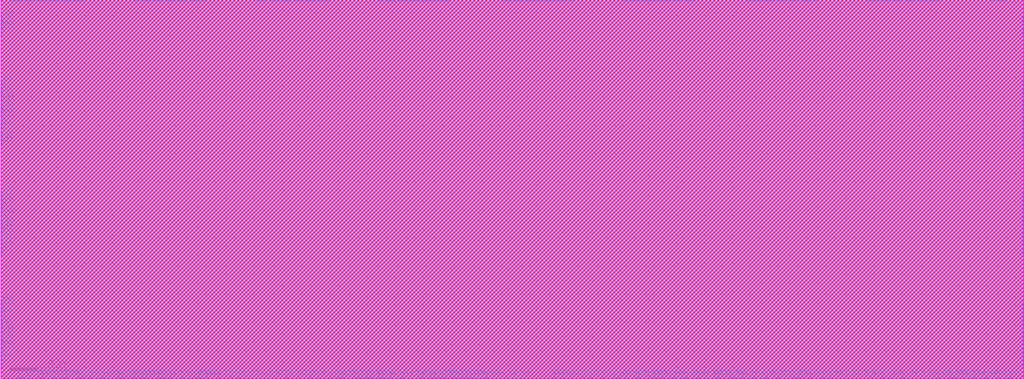
<source format=lef>
# 
#              Synchronous High Speed Single Port SRAM Compiler 
# 
#                    UMC 0.18um GenericII Logic Process
#    __________________________________________________________________________
# 
# 
#      (C) Copyright 2002-2009 Faraday Technology Corp. All Rights Reserved.
#    
#    This source code is an unpublished work belongs to Faraday Technology
#    Corp.  It is considered a trade secret and is not to be divulged or
#    used by parties who have not received written authorization from
#    Faraday Technology Corp.
#    
#    Faraday's home page can be found at:
#    http://www.faraday-tech.com/
#   
#       Module Name      : SUMA180_432X44X1BM1
#       Words            : 432
#       Bits             : 44
#       Byte-Write       : 1
#       Aspect Ratio     : 1
#       Output Loading   : 0.05  (pf)
#       Data Slew        : 0.02  (ns)
#       CK Slew          : 0.02  (ns)
#       Power Ring Width : 2  (um)
# 
# -----------------------------------------------------------------------------
# 
#       Library          : FSA0M_A
#       Memaker          : 200901.2.1
#       Date             : 2024/11/03 21:47:36
# 
# -----------------------------------------------------------------------------


NAMESCASESENSITIVE ON ;
MACRO SUMA180_432X44X1BM1
CLASS BLOCK ;
FOREIGN SUMA180_432X44X1BM1 0.000 0.000 ;
ORIGIN 0.000 0.000 ;
SIZE 726.020 BY 269.360 ;
SYMMETRY x y r90 ;
SITE core_5040 ;
PIN GND
  DIRECTION INOUT ;
  USE GROUND ;
  SHAPE ABUTMENT ;
 PORT
  LAYER metal4 ;
  RECT 724.900 255.140 726.020 258.380 ;
  LAYER metal3 ;
  RECT 724.900 255.140 726.020 258.380 ;
  LAYER metal2 ;
  RECT 724.900 255.140 726.020 258.380 ;
  LAYER metal1 ;
  RECT 724.900 255.140 726.020 258.380 ;
 END
 PORT
  LAYER metal4 ;
  RECT 724.900 247.300 726.020 250.540 ;
  LAYER metal3 ;
  RECT 724.900 247.300 726.020 250.540 ;
  LAYER metal2 ;
  RECT 724.900 247.300 726.020 250.540 ;
  LAYER metal1 ;
  RECT 724.900 247.300 726.020 250.540 ;
 END
 PORT
  LAYER metal4 ;
  RECT 724.900 208.100 726.020 211.340 ;
  LAYER metal3 ;
  RECT 724.900 208.100 726.020 211.340 ;
  LAYER metal2 ;
  RECT 724.900 208.100 726.020 211.340 ;
  LAYER metal1 ;
  RECT 724.900 208.100 726.020 211.340 ;
 END
 PORT
  LAYER metal4 ;
  RECT 724.900 200.260 726.020 203.500 ;
  LAYER metal3 ;
  RECT 724.900 200.260 726.020 203.500 ;
  LAYER metal2 ;
  RECT 724.900 200.260 726.020 203.500 ;
  LAYER metal1 ;
  RECT 724.900 200.260 726.020 203.500 ;
 END
 PORT
  LAYER metal4 ;
  RECT 724.900 192.420 726.020 195.660 ;
  LAYER metal3 ;
  RECT 724.900 192.420 726.020 195.660 ;
  LAYER metal2 ;
  RECT 724.900 192.420 726.020 195.660 ;
  LAYER metal1 ;
  RECT 724.900 192.420 726.020 195.660 ;
 END
 PORT
  LAYER metal4 ;
  RECT 724.900 184.580 726.020 187.820 ;
  LAYER metal3 ;
  RECT 724.900 184.580 726.020 187.820 ;
  LAYER metal2 ;
  RECT 724.900 184.580 726.020 187.820 ;
  LAYER metal1 ;
  RECT 724.900 184.580 726.020 187.820 ;
 END
 PORT
  LAYER metal4 ;
  RECT 724.900 176.740 726.020 179.980 ;
  LAYER metal3 ;
  RECT 724.900 176.740 726.020 179.980 ;
  LAYER metal2 ;
  RECT 724.900 176.740 726.020 179.980 ;
  LAYER metal1 ;
  RECT 724.900 176.740 726.020 179.980 ;
 END
 PORT
  LAYER metal4 ;
  RECT 724.900 168.900 726.020 172.140 ;
  LAYER metal3 ;
  RECT 724.900 168.900 726.020 172.140 ;
  LAYER metal2 ;
  RECT 724.900 168.900 726.020 172.140 ;
  LAYER metal1 ;
  RECT 724.900 168.900 726.020 172.140 ;
 END
 PORT
  LAYER metal4 ;
  RECT 724.900 129.700 726.020 132.940 ;
  LAYER metal3 ;
  RECT 724.900 129.700 726.020 132.940 ;
  LAYER metal2 ;
  RECT 724.900 129.700 726.020 132.940 ;
  LAYER metal1 ;
  RECT 724.900 129.700 726.020 132.940 ;
 END
 PORT
  LAYER metal4 ;
  RECT 724.900 121.860 726.020 125.100 ;
  LAYER metal3 ;
  RECT 724.900 121.860 726.020 125.100 ;
  LAYER metal2 ;
  RECT 724.900 121.860 726.020 125.100 ;
  LAYER metal1 ;
  RECT 724.900 121.860 726.020 125.100 ;
 END
 PORT
  LAYER metal4 ;
  RECT 724.900 114.020 726.020 117.260 ;
  LAYER metal3 ;
  RECT 724.900 114.020 726.020 117.260 ;
  LAYER metal2 ;
  RECT 724.900 114.020 726.020 117.260 ;
  LAYER metal1 ;
  RECT 724.900 114.020 726.020 117.260 ;
 END
 PORT
  LAYER metal4 ;
  RECT 724.900 106.180 726.020 109.420 ;
  LAYER metal3 ;
  RECT 724.900 106.180 726.020 109.420 ;
  LAYER metal2 ;
  RECT 724.900 106.180 726.020 109.420 ;
  LAYER metal1 ;
  RECT 724.900 106.180 726.020 109.420 ;
 END
 PORT
  LAYER metal4 ;
  RECT 724.900 98.340 726.020 101.580 ;
  LAYER metal3 ;
  RECT 724.900 98.340 726.020 101.580 ;
  LAYER metal2 ;
  RECT 724.900 98.340 726.020 101.580 ;
  LAYER metal1 ;
  RECT 724.900 98.340 726.020 101.580 ;
 END
 PORT
  LAYER metal4 ;
  RECT 724.900 90.500 726.020 93.740 ;
  LAYER metal3 ;
  RECT 724.900 90.500 726.020 93.740 ;
  LAYER metal2 ;
  RECT 724.900 90.500 726.020 93.740 ;
  LAYER metal1 ;
  RECT 724.900 90.500 726.020 93.740 ;
 END
 PORT
  LAYER metal4 ;
  RECT 724.900 51.300 726.020 54.540 ;
  LAYER metal3 ;
  RECT 724.900 51.300 726.020 54.540 ;
  LAYER metal2 ;
  RECT 724.900 51.300 726.020 54.540 ;
  LAYER metal1 ;
  RECT 724.900 51.300 726.020 54.540 ;
 END
 PORT
  LAYER metal4 ;
  RECT 724.900 43.460 726.020 46.700 ;
  LAYER metal3 ;
  RECT 724.900 43.460 726.020 46.700 ;
  LAYER metal2 ;
  RECT 724.900 43.460 726.020 46.700 ;
  LAYER metal1 ;
  RECT 724.900 43.460 726.020 46.700 ;
 END
 PORT
  LAYER metal4 ;
  RECT 724.900 35.620 726.020 38.860 ;
  LAYER metal3 ;
  RECT 724.900 35.620 726.020 38.860 ;
  LAYER metal2 ;
  RECT 724.900 35.620 726.020 38.860 ;
  LAYER metal1 ;
  RECT 724.900 35.620 726.020 38.860 ;
 END
 PORT
  LAYER metal4 ;
  RECT 724.900 27.780 726.020 31.020 ;
  LAYER metal3 ;
  RECT 724.900 27.780 726.020 31.020 ;
  LAYER metal2 ;
  RECT 724.900 27.780 726.020 31.020 ;
  LAYER metal1 ;
  RECT 724.900 27.780 726.020 31.020 ;
 END
 PORT
  LAYER metal4 ;
  RECT 724.900 19.940 726.020 23.180 ;
  LAYER metal3 ;
  RECT 724.900 19.940 726.020 23.180 ;
  LAYER metal2 ;
  RECT 724.900 19.940 726.020 23.180 ;
  LAYER metal1 ;
  RECT 724.900 19.940 726.020 23.180 ;
 END
 PORT
  LAYER metal4 ;
  RECT 724.900 12.100 726.020 15.340 ;
  LAYER metal3 ;
  RECT 724.900 12.100 726.020 15.340 ;
  LAYER metal2 ;
  RECT 724.900 12.100 726.020 15.340 ;
  LAYER metal1 ;
  RECT 724.900 12.100 726.020 15.340 ;
 END
 PORT
  LAYER metal4 ;
  RECT 0.000 255.140 1.120 258.380 ;
  LAYER metal3 ;
  RECT 0.000 255.140 1.120 258.380 ;
  LAYER metal2 ;
  RECT 0.000 255.140 1.120 258.380 ;
  LAYER metal1 ;
  RECT 0.000 255.140 1.120 258.380 ;
 END
 PORT
  LAYER metal4 ;
  RECT 0.000 247.300 1.120 250.540 ;
  LAYER metal3 ;
  RECT 0.000 247.300 1.120 250.540 ;
  LAYER metal2 ;
  RECT 0.000 247.300 1.120 250.540 ;
  LAYER metal1 ;
  RECT 0.000 247.300 1.120 250.540 ;
 END
 PORT
  LAYER metal4 ;
  RECT 0.000 208.100 1.120 211.340 ;
  LAYER metal3 ;
  RECT 0.000 208.100 1.120 211.340 ;
  LAYER metal2 ;
  RECT 0.000 208.100 1.120 211.340 ;
  LAYER metal1 ;
  RECT 0.000 208.100 1.120 211.340 ;
 END
 PORT
  LAYER metal4 ;
  RECT 0.000 200.260 1.120 203.500 ;
  LAYER metal3 ;
  RECT 0.000 200.260 1.120 203.500 ;
  LAYER metal2 ;
  RECT 0.000 200.260 1.120 203.500 ;
  LAYER metal1 ;
  RECT 0.000 200.260 1.120 203.500 ;
 END
 PORT
  LAYER metal4 ;
  RECT 0.000 192.420 1.120 195.660 ;
  LAYER metal3 ;
  RECT 0.000 192.420 1.120 195.660 ;
  LAYER metal2 ;
  RECT 0.000 192.420 1.120 195.660 ;
  LAYER metal1 ;
  RECT 0.000 192.420 1.120 195.660 ;
 END
 PORT
  LAYER metal4 ;
  RECT 0.000 184.580 1.120 187.820 ;
  LAYER metal3 ;
  RECT 0.000 184.580 1.120 187.820 ;
  LAYER metal2 ;
  RECT 0.000 184.580 1.120 187.820 ;
  LAYER metal1 ;
  RECT 0.000 184.580 1.120 187.820 ;
 END
 PORT
  LAYER metal4 ;
  RECT 0.000 176.740 1.120 179.980 ;
  LAYER metal3 ;
  RECT 0.000 176.740 1.120 179.980 ;
  LAYER metal2 ;
  RECT 0.000 176.740 1.120 179.980 ;
  LAYER metal1 ;
  RECT 0.000 176.740 1.120 179.980 ;
 END
 PORT
  LAYER metal4 ;
  RECT 0.000 168.900 1.120 172.140 ;
  LAYER metal3 ;
  RECT 0.000 168.900 1.120 172.140 ;
  LAYER metal2 ;
  RECT 0.000 168.900 1.120 172.140 ;
  LAYER metal1 ;
  RECT 0.000 168.900 1.120 172.140 ;
 END
 PORT
  LAYER metal4 ;
  RECT 0.000 129.700 1.120 132.940 ;
  LAYER metal3 ;
  RECT 0.000 129.700 1.120 132.940 ;
  LAYER metal2 ;
  RECT 0.000 129.700 1.120 132.940 ;
  LAYER metal1 ;
  RECT 0.000 129.700 1.120 132.940 ;
 END
 PORT
  LAYER metal4 ;
  RECT 0.000 121.860 1.120 125.100 ;
  LAYER metal3 ;
  RECT 0.000 121.860 1.120 125.100 ;
  LAYER metal2 ;
  RECT 0.000 121.860 1.120 125.100 ;
  LAYER metal1 ;
  RECT 0.000 121.860 1.120 125.100 ;
 END
 PORT
  LAYER metal4 ;
  RECT 0.000 114.020 1.120 117.260 ;
  LAYER metal3 ;
  RECT 0.000 114.020 1.120 117.260 ;
  LAYER metal2 ;
  RECT 0.000 114.020 1.120 117.260 ;
  LAYER metal1 ;
  RECT 0.000 114.020 1.120 117.260 ;
 END
 PORT
  LAYER metal4 ;
  RECT 0.000 106.180 1.120 109.420 ;
  LAYER metal3 ;
  RECT 0.000 106.180 1.120 109.420 ;
  LAYER metal2 ;
  RECT 0.000 106.180 1.120 109.420 ;
  LAYER metal1 ;
  RECT 0.000 106.180 1.120 109.420 ;
 END
 PORT
  LAYER metal4 ;
  RECT 0.000 98.340 1.120 101.580 ;
  LAYER metal3 ;
  RECT 0.000 98.340 1.120 101.580 ;
  LAYER metal2 ;
  RECT 0.000 98.340 1.120 101.580 ;
  LAYER metal1 ;
  RECT 0.000 98.340 1.120 101.580 ;
 END
 PORT
  LAYER metal4 ;
  RECT 0.000 90.500 1.120 93.740 ;
  LAYER metal3 ;
  RECT 0.000 90.500 1.120 93.740 ;
  LAYER metal2 ;
  RECT 0.000 90.500 1.120 93.740 ;
  LAYER metal1 ;
  RECT 0.000 90.500 1.120 93.740 ;
 END
 PORT
  LAYER metal4 ;
  RECT 0.000 51.300 1.120 54.540 ;
  LAYER metal3 ;
  RECT 0.000 51.300 1.120 54.540 ;
  LAYER metal2 ;
  RECT 0.000 51.300 1.120 54.540 ;
  LAYER metal1 ;
  RECT 0.000 51.300 1.120 54.540 ;
 END
 PORT
  LAYER metal4 ;
  RECT 0.000 43.460 1.120 46.700 ;
  LAYER metal3 ;
  RECT 0.000 43.460 1.120 46.700 ;
  LAYER metal2 ;
  RECT 0.000 43.460 1.120 46.700 ;
  LAYER metal1 ;
  RECT 0.000 43.460 1.120 46.700 ;
 END
 PORT
  LAYER metal4 ;
  RECT 0.000 35.620 1.120 38.860 ;
  LAYER metal3 ;
  RECT 0.000 35.620 1.120 38.860 ;
  LAYER metal2 ;
  RECT 0.000 35.620 1.120 38.860 ;
  LAYER metal1 ;
  RECT 0.000 35.620 1.120 38.860 ;
 END
 PORT
  LAYER metal4 ;
  RECT 0.000 27.780 1.120 31.020 ;
  LAYER metal3 ;
  RECT 0.000 27.780 1.120 31.020 ;
  LAYER metal2 ;
  RECT 0.000 27.780 1.120 31.020 ;
  LAYER metal1 ;
  RECT 0.000 27.780 1.120 31.020 ;
 END
 PORT
  LAYER metal4 ;
  RECT 0.000 19.940 1.120 23.180 ;
  LAYER metal3 ;
  RECT 0.000 19.940 1.120 23.180 ;
  LAYER metal2 ;
  RECT 0.000 19.940 1.120 23.180 ;
  LAYER metal1 ;
  RECT 0.000 19.940 1.120 23.180 ;
 END
 PORT
  LAYER metal4 ;
  RECT 0.000 12.100 1.120 15.340 ;
  LAYER metal3 ;
  RECT 0.000 12.100 1.120 15.340 ;
  LAYER metal2 ;
  RECT 0.000 12.100 1.120 15.340 ;
  LAYER metal1 ;
  RECT 0.000 12.100 1.120 15.340 ;
 END
 PORT
  LAYER metal4 ;
  RECT 706.580 268.240 710.120 269.360 ;
  LAYER metal3 ;
  RECT 706.580 268.240 710.120 269.360 ;
  LAYER metal2 ;
  RECT 706.580 268.240 710.120 269.360 ;
  LAYER metal1 ;
  RECT 706.580 268.240 710.120 269.360 ;
 END
 PORT
  LAYER metal4 ;
  RECT 663.180 268.240 666.720 269.360 ;
  LAYER metal3 ;
  RECT 663.180 268.240 666.720 269.360 ;
  LAYER metal2 ;
  RECT 663.180 268.240 666.720 269.360 ;
  LAYER metal1 ;
  RECT 663.180 268.240 666.720 269.360 ;
 END
 PORT
  LAYER metal4 ;
  RECT 654.500 268.240 658.040 269.360 ;
  LAYER metal3 ;
  RECT 654.500 268.240 658.040 269.360 ;
  LAYER metal2 ;
  RECT 654.500 268.240 658.040 269.360 ;
  LAYER metal1 ;
  RECT 654.500 268.240 658.040 269.360 ;
 END
 PORT
  LAYER metal4 ;
  RECT 645.820 268.240 649.360 269.360 ;
  LAYER metal3 ;
  RECT 645.820 268.240 649.360 269.360 ;
  LAYER metal2 ;
  RECT 645.820 268.240 649.360 269.360 ;
  LAYER metal1 ;
  RECT 645.820 268.240 649.360 269.360 ;
 END
 PORT
  LAYER metal4 ;
  RECT 637.140 268.240 640.680 269.360 ;
  LAYER metal3 ;
  RECT 637.140 268.240 640.680 269.360 ;
  LAYER metal2 ;
  RECT 637.140 268.240 640.680 269.360 ;
  LAYER metal1 ;
  RECT 637.140 268.240 640.680 269.360 ;
 END
 PORT
  LAYER metal4 ;
  RECT 628.460 268.240 632.000 269.360 ;
  LAYER metal3 ;
  RECT 628.460 268.240 632.000 269.360 ;
  LAYER metal2 ;
  RECT 628.460 268.240 632.000 269.360 ;
  LAYER metal1 ;
  RECT 628.460 268.240 632.000 269.360 ;
 END
 PORT
  LAYER metal4 ;
  RECT 619.780 268.240 623.320 269.360 ;
  LAYER metal3 ;
  RECT 619.780 268.240 623.320 269.360 ;
  LAYER metal2 ;
  RECT 619.780 268.240 623.320 269.360 ;
  LAYER metal1 ;
  RECT 619.780 268.240 623.320 269.360 ;
 END
 PORT
  LAYER metal4 ;
  RECT 576.380 268.240 579.920 269.360 ;
  LAYER metal3 ;
  RECT 576.380 268.240 579.920 269.360 ;
  LAYER metal2 ;
  RECT 576.380 268.240 579.920 269.360 ;
  LAYER metal1 ;
  RECT 576.380 268.240 579.920 269.360 ;
 END
 PORT
  LAYER metal4 ;
  RECT 567.700 268.240 571.240 269.360 ;
  LAYER metal3 ;
  RECT 567.700 268.240 571.240 269.360 ;
  LAYER metal2 ;
  RECT 567.700 268.240 571.240 269.360 ;
  LAYER metal1 ;
  RECT 567.700 268.240 571.240 269.360 ;
 END
 PORT
  LAYER metal4 ;
  RECT 559.020 268.240 562.560 269.360 ;
  LAYER metal3 ;
  RECT 559.020 268.240 562.560 269.360 ;
  LAYER metal2 ;
  RECT 559.020 268.240 562.560 269.360 ;
  LAYER metal1 ;
  RECT 559.020 268.240 562.560 269.360 ;
 END
 PORT
  LAYER metal4 ;
  RECT 550.340 268.240 553.880 269.360 ;
  LAYER metal3 ;
  RECT 550.340 268.240 553.880 269.360 ;
  LAYER metal2 ;
  RECT 550.340 268.240 553.880 269.360 ;
  LAYER metal1 ;
  RECT 550.340 268.240 553.880 269.360 ;
 END
 PORT
  LAYER metal4 ;
  RECT 541.660 268.240 545.200 269.360 ;
  LAYER metal3 ;
  RECT 541.660 268.240 545.200 269.360 ;
  LAYER metal2 ;
  RECT 541.660 268.240 545.200 269.360 ;
  LAYER metal1 ;
  RECT 541.660 268.240 545.200 269.360 ;
 END
 PORT
  LAYER metal4 ;
  RECT 532.980 268.240 536.520 269.360 ;
  LAYER metal3 ;
  RECT 532.980 268.240 536.520 269.360 ;
  LAYER metal2 ;
  RECT 532.980 268.240 536.520 269.360 ;
  LAYER metal1 ;
  RECT 532.980 268.240 536.520 269.360 ;
 END
 PORT
  LAYER metal4 ;
  RECT 489.580 268.240 493.120 269.360 ;
  LAYER metal3 ;
  RECT 489.580 268.240 493.120 269.360 ;
  LAYER metal2 ;
  RECT 489.580 268.240 493.120 269.360 ;
  LAYER metal1 ;
  RECT 489.580 268.240 493.120 269.360 ;
 END
 PORT
  LAYER metal4 ;
  RECT 480.900 268.240 484.440 269.360 ;
  LAYER metal3 ;
  RECT 480.900 268.240 484.440 269.360 ;
  LAYER metal2 ;
  RECT 480.900 268.240 484.440 269.360 ;
  LAYER metal1 ;
  RECT 480.900 268.240 484.440 269.360 ;
 END
 PORT
  LAYER metal4 ;
  RECT 472.220 268.240 475.760 269.360 ;
  LAYER metal3 ;
  RECT 472.220 268.240 475.760 269.360 ;
  LAYER metal2 ;
  RECT 472.220 268.240 475.760 269.360 ;
  LAYER metal1 ;
  RECT 472.220 268.240 475.760 269.360 ;
 END
 PORT
  LAYER metal4 ;
  RECT 463.540 268.240 467.080 269.360 ;
  LAYER metal3 ;
  RECT 463.540 268.240 467.080 269.360 ;
  LAYER metal2 ;
  RECT 463.540 268.240 467.080 269.360 ;
  LAYER metal1 ;
  RECT 463.540 268.240 467.080 269.360 ;
 END
 PORT
  LAYER metal4 ;
  RECT 454.860 268.240 458.400 269.360 ;
  LAYER metal3 ;
  RECT 454.860 268.240 458.400 269.360 ;
  LAYER metal2 ;
  RECT 454.860 268.240 458.400 269.360 ;
  LAYER metal1 ;
  RECT 454.860 268.240 458.400 269.360 ;
 END
 PORT
  LAYER metal4 ;
  RECT 446.180 268.240 449.720 269.360 ;
  LAYER metal3 ;
  RECT 446.180 268.240 449.720 269.360 ;
  LAYER metal2 ;
  RECT 446.180 268.240 449.720 269.360 ;
  LAYER metal1 ;
  RECT 446.180 268.240 449.720 269.360 ;
 END
 PORT
  LAYER metal4 ;
  RECT 402.780 268.240 406.320 269.360 ;
  LAYER metal3 ;
  RECT 402.780 268.240 406.320 269.360 ;
  LAYER metal2 ;
  RECT 402.780 268.240 406.320 269.360 ;
  LAYER metal1 ;
  RECT 402.780 268.240 406.320 269.360 ;
 END
 PORT
  LAYER metal4 ;
  RECT 394.100 268.240 397.640 269.360 ;
  LAYER metal3 ;
  RECT 394.100 268.240 397.640 269.360 ;
  LAYER metal2 ;
  RECT 394.100 268.240 397.640 269.360 ;
  LAYER metal1 ;
  RECT 394.100 268.240 397.640 269.360 ;
 END
 PORT
  LAYER metal4 ;
  RECT 385.420 268.240 388.960 269.360 ;
  LAYER metal3 ;
  RECT 385.420 268.240 388.960 269.360 ;
  LAYER metal2 ;
  RECT 385.420 268.240 388.960 269.360 ;
  LAYER metal1 ;
  RECT 385.420 268.240 388.960 269.360 ;
 END
 PORT
  LAYER metal4 ;
  RECT 376.740 268.240 380.280 269.360 ;
  LAYER metal3 ;
  RECT 376.740 268.240 380.280 269.360 ;
  LAYER metal2 ;
  RECT 376.740 268.240 380.280 269.360 ;
  LAYER metal1 ;
  RECT 376.740 268.240 380.280 269.360 ;
 END
 PORT
  LAYER metal4 ;
  RECT 368.060 268.240 371.600 269.360 ;
  LAYER metal3 ;
  RECT 368.060 268.240 371.600 269.360 ;
  LAYER metal2 ;
  RECT 368.060 268.240 371.600 269.360 ;
  LAYER metal1 ;
  RECT 368.060 268.240 371.600 269.360 ;
 END
 PORT
  LAYER metal4 ;
  RECT 359.380 268.240 362.920 269.360 ;
  LAYER metal3 ;
  RECT 359.380 268.240 362.920 269.360 ;
  LAYER metal2 ;
  RECT 359.380 268.240 362.920 269.360 ;
  LAYER metal1 ;
  RECT 359.380 268.240 362.920 269.360 ;
 END
 PORT
  LAYER metal4 ;
  RECT 315.980 268.240 319.520 269.360 ;
  LAYER metal3 ;
  RECT 315.980 268.240 319.520 269.360 ;
  LAYER metal2 ;
  RECT 315.980 268.240 319.520 269.360 ;
  LAYER metal1 ;
  RECT 315.980 268.240 319.520 269.360 ;
 END
 PORT
  LAYER metal4 ;
  RECT 307.300 268.240 310.840 269.360 ;
  LAYER metal3 ;
  RECT 307.300 268.240 310.840 269.360 ;
  LAYER metal2 ;
  RECT 307.300 268.240 310.840 269.360 ;
  LAYER metal1 ;
  RECT 307.300 268.240 310.840 269.360 ;
 END
 PORT
  LAYER metal4 ;
  RECT 298.620 268.240 302.160 269.360 ;
  LAYER metal3 ;
  RECT 298.620 268.240 302.160 269.360 ;
  LAYER metal2 ;
  RECT 298.620 268.240 302.160 269.360 ;
  LAYER metal1 ;
  RECT 298.620 268.240 302.160 269.360 ;
 END
 PORT
  LAYER metal4 ;
  RECT 289.940 268.240 293.480 269.360 ;
  LAYER metal3 ;
  RECT 289.940 268.240 293.480 269.360 ;
  LAYER metal2 ;
  RECT 289.940 268.240 293.480 269.360 ;
  LAYER metal1 ;
  RECT 289.940 268.240 293.480 269.360 ;
 END
 PORT
  LAYER metal4 ;
  RECT 281.260 268.240 284.800 269.360 ;
  LAYER metal3 ;
  RECT 281.260 268.240 284.800 269.360 ;
  LAYER metal2 ;
  RECT 281.260 268.240 284.800 269.360 ;
  LAYER metal1 ;
  RECT 281.260 268.240 284.800 269.360 ;
 END
 PORT
  LAYER metal4 ;
  RECT 272.580 268.240 276.120 269.360 ;
  LAYER metal3 ;
  RECT 272.580 268.240 276.120 269.360 ;
  LAYER metal2 ;
  RECT 272.580 268.240 276.120 269.360 ;
  LAYER metal1 ;
  RECT 272.580 268.240 276.120 269.360 ;
 END
 PORT
  LAYER metal4 ;
  RECT 229.180 268.240 232.720 269.360 ;
  LAYER metal3 ;
  RECT 229.180 268.240 232.720 269.360 ;
  LAYER metal2 ;
  RECT 229.180 268.240 232.720 269.360 ;
  LAYER metal1 ;
  RECT 229.180 268.240 232.720 269.360 ;
 END
 PORT
  LAYER metal4 ;
  RECT 220.500 268.240 224.040 269.360 ;
  LAYER metal3 ;
  RECT 220.500 268.240 224.040 269.360 ;
  LAYER metal2 ;
  RECT 220.500 268.240 224.040 269.360 ;
  LAYER metal1 ;
  RECT 220.500 268.240 224.040 269.360 ;
 END
 PORT
  LAYER metal4 ;
  RECT 211.820 268.240 215.360 269.360 ;
  LAYER metal3 ;
  RECT 211.820 268.240 215.360 269.360 ;
  LAYER metal2 ;
  RECT 211.820 268.240 215.360 269.360 ;
  LAYER metal1 ;
  RECT 211.820 268.240 215.360 269.360 ;
 END
 PORT
  LAYER metal4 ;
  RECT 203.140 268.240 206.680 269.360 ;
  LAYER metal3 ;
  RECT 203.140 268.240 206.680 269.360 ;
  LAYER metal2 ;
  RECT 203.140 268.240 206.680 269.360 ;
  LAYER metal1 ;
  RECT 203.140 268.240 206.680 269.360 ;
 END
 PORT
  LAYER metal4 ;
  RECT 194.460 268.240 198.000 269.360 ;
  LAYER metal3 ;
  RECT 194.460 268.240 198.000 269.360 ;
  LAYER metal2 ;
  RECT 194.460 268.240 198.000 269.360 ;
  LAYER metal1 ;
  RECT 194.460 268.240 198.000 269.360 ;
 END
 PORT
  LAYER metal4 ;
  RECT 185.780 268.240 189.320 269.360 ;
  LAYER metal3 ;
  RECT 185.780 268.240 189.320 269.360 ;
  LAYER metal2 ;
  RECT 185.780 268.240 189.320 269.360 ;
  LAYER metal1 ;
  RECT 185.780 268.240 189.320 269.360 ;
 END
 PORT
  LAYER metal4 ;
  RECT 142.380 268.240 145.920 269.360 ;
  LAYER metal3 ;
  RECT 142.380 268.240 145.920 269.360 ;
  LAYER metal2 ;
  RECT 142.380 268.240 145.920 269.360 ;
  LAYER metal1 ;
  RECT 142.380 268.240 145.920 269.360 ;
 END
 PORT
  LAYER metal4 ;
  RECT 133.700 268.240 137.240 269.360 ;
  LAYER metal3 ;
  RECT 133.700 268.240 137.240 269.360 ;
  LAYER metal2 ;
  RECT 133.700 268.240 137.240 269.360 ;
  LAYER metal1 ;
  RECT 133.700 268.240 137.240 269.360 ;
 END
 PORT
  LAYER metal4 ;
  RECT 125.020 268.240 128.560 269.360 ;
  LAYER metal3 ;
  RECT 125.020 268.240 128.560 269.360 ;
  LAYER metal2 ;
  RECT 125.020 268.240 128.560 269.360 ;
  LAYER metal1 ;
  RECT 125.020 268.240 128.560 269.360 ;
 END
 PORT
  LAYER metal4 ;
  RECT 116.340 268.240 119.880 269.360 ;
  LAYER metal3 ;
  RECT 116.340 268.240 119.880 269.360 ;
  LAYER metal2 ;
  RECT 116.340 268.240 119.880 269.360 ;
  LAYER metal1 ;
  RECT 116.340 268.240 119.880 269.360 ;
 END
 PORT
  LAYER metal4 ;
  RECT 107.660 268.240 111.200 269.360 ;
  LAYER metal3 ;
  RECT 107.660 268.240 111.200 269.360 ;
  LAYER metal2 ;
  RECT 107.660 268.240 111.200 269.360 ;
  LAYER metal1 ;
  RECT 107.660 268.240 111.200 269.360 ;
 END
 PORT
  LAYER metal4 ;
  RECT 98.980 268.240 102.520 269.360 ;
  LAYER metal3 ;
  RECT 98.980 268.240 102.520 269.360 ;
  LAYER metal2 ;
  RECT 98.980 268.240 102.520 269.360 ;
  LAYER metal1 ;
  RECT 98.980 268.240 102.520 269.360 ;
 END
 PORT
  LAYER metal4 ;
  RECT 55.580 268.240 59.120 269.360 ;
  LAYER metal3 ;
  RECT 55.580 268.240 59.120 269.360 ;
  LAYER metal2 ;
  RECT 55.580 268.240 59.120 269.360 ;
  LAYER metal1 ;
  RECT 55.580 268.240 59.120 269.360 ;
 END
 PORT
  LAYER metal4 ;
  RECT 46.900 268.240 50.440 269.360 ;
  LAYER metal3 ;
  RECT 46.900 268.240 50.440 269.360 ;
  LAYER metal2 ;
  RECT 46.900 268.240 50.440 269.360 ;
  LAYER metal1 ;
  RECT 46.900 268.240 50.440 269.360 ;
 END
 PORT
  LAYER metal4 ;
  RECT 38.220 268.240 41.760 269.360 ;
  LAYER metal3 ;
  RECT 38.220 268.240 41.760 269.360 ;
  LAYER metal2 ;
  RECT 38.220 268.240 41.760 269.360 ;
  LAYER metal1 ;
  RECT 38.220 268.240 41.760 269.360 ;
 END
 PORT
  LAYER metal4 ;
  RECT 29.540 268.240 33.080 269.360 ;
  LAYER metal3 ;
  RECT 29.540 268.240 33.080 269.360 ;
  LAYER metal2 ;
  RECT 29.540 268.240 33.080 269.360 ;
  LAYER metal1 ;
  RECT 29.540 268.240 33.080 269.360 ;
 END
 PORT
  LAYER metal4 ;
  RECT 20.860 268.240 24.400 269.360 ;
  LAYER metal3 ;
  RECT 20.860 268.240 24.400 269.360 ;
  LAYER metal2 ;
  RECT 20.860 268.240 24.400 269.360 ;
  LAYER metal1 ;
  RECT 20.860 268.240 24.400 269.360 ;
 END
 PORT
  LAYER metal4 ;
  RECT 12.180 268.240 15.720 269.360 ;
  LAYER metal3 ;
  RECT 12.180 268.240 15.720 269.360 ;
  LAYER metal2 ;
  RECT 12.180 268.240 15.720 269.360 ;
  LAYER metal1 ;
  RECT 12.180 268.240 15.720 269.360 ;
 END
 PORT
  LAYER metal4 ;
  RECT 714.640 0.000 718.180 1.120 ;
  LAYER metal3 ;
  RECT 714.640 0.000 718.180 1.120 ;
  LAYER metal2 ;
  RECT 714.640 0.000 718.180 1.120 ;
  LAYER metal1 ;
  RECT 714.640 0.000 718.180 1.120 ;
 END
 PORT
  LAYER metal4 ;
  RECT 697.900 0.000 701.440 1.120 ;
  LAYER metal3 ;
  RECT 697.900 0.000 701.440 1.120 ;
  LAYER metal2 ;
  RECT 697.900 0.000 701.440 1.120 ;
  LAYER metal1 ;
  RECT 697.900 0.000 701.440 1.120 ;
 END
 PORT
  LAYER metal4 ;
  RECT 676.200 0.000 679.740 1.120 ;
  LAYER metal3 ;
  RECT 676.200 0.000 679.740 1.120 ;
  LAYER metal2 ;
  RECT 676.200 0.000 679.740 1.120 ;
  LAYER metal1 ;
  RECT 676.200 0.000 679.740 1.120 ;
 END
 PORT
  LAYER metal4 ;
  RECT 563.360 0.000 566.900 1.120 ;
  LAYER metal3 ;
  RECT 563.360 0.000 566.900 1.120 ;
  LAYER metal2 ;
  RECT 563.360 0.000 566.900 1.120 ;
  LAYER metal1 ;
  RECT 563.360 0.000 566.900 1.120 ;
 END
 PORT
  LAYER metal4 ;
  RECT 541.660 0.000 545.200 1.120 ;
  LAYER metal3 ;
  RECT 541.660 0.000 545.200 1.120 ;
  LAYER metal2 ;
  RECT 541.660 0.000 545.200 1.120 ;
  LAYER metal1 ;
  RECT 541.660 0.000 545.200 1.120 ;
 END
 PORT
  LAYER metal4 ;
  RECT 519.960 0.000 523.500 1.120 ;
  LAYER metal3 ;
  RECT 519.960 0.000 523.500 1.120 ;
  LAYER metal2 ;
  RECT 519.960 0.000 523.500 1.120 ;
  LAYER metal1 ;
  RECT 519.960 0.000 523.500 1.120 ;
 END
 PORT
  LAYER metal4 ;
  RECT 493.300 0.000 496.840 1.120 ;
  LAYER metal3 ;
  RECT 493.300 0.000 496.840 1.120 ;
  LAYER metal2 ;
  RECT 493.300 0.000 496.840 1.120 ;
  LAYER metal1 ;
  RECT 493.300 0.000 496.840 1.120 ;
 END
 PORT
  LAYER metal4 ;
  RECT 476.560 0.000 480.100 1.120 ;
  LAYER metal3 ;
  RECT 476.560 0.000 480.100 1.120 ;
  LAYER metal2 ;
  RECT 476.560 0.000 480.100 1.120 ;
  LAYER metal1 ;
  RECT 476.560 0.000 480.100 1.120 ;
 END
 PORT
  LAYER metal4 ;
  RECT 449.900 0.000 453.440 1.120 ;
  LAYER metal3 ;
  RECT 449.900 0.000 453.440 1.120 ;
  LAYER metal2 ;
  RECT 449.900 0.000 453.440 1.120 ;
  LAYER metal1 ;
  RECT 449.900 0.000 453.440 1.120 ;
 END
 PORT
  LAYER metal4 ;
  RECT 343.260 0.000 346.800 1.120 ;
  LAYER metal3 ;
  RECT 343.260 0.000 346.800 1.120 ;
  LAYER metal2 ;
  RECT 343.260 0.000 346.800 1.120 ;
  LAYER metal1 ;
  RECT 343.260 0.000 346.800 1.120 ;
 END
 PORT
  LAYER metal4 ;
  RECT 325.900 0.000 329.440 1.120 ;
  LAYER metal3 ;
  RECT 325.900 0.000 329.440 1.120 ;
  LAYER metal2 ;
  RECT 325.900 0.000 329.440 1.120 ;
  LAYER metal1 ;
  RECT 325.900 0.000 329.440 1.120 ;
 END
 PORT
  LAYER metal4 ;
  RECT 312.880 0.000 316.420 1.120 ;
  LAYER metal3 ;
  RECT 312.880 0.000 316.420 1.120 ;
  LAYER metal2 ;
  RECT 312.880 0.000 316.420 1.120 ;
  LAYER metal1 ;
  RECT 312.880 0.000 316.420 1.120 ;
 END
 PORT
  LAYER metal4 ;
  RECT 296.760 0.000 300.300 1.120 ;
  LAYER metal3 ;
  RECT 296.760 0.000 300.300 1.120 ;
  LAYER metal2 ;
  RECT 296.760 0.000 300.300 1.120 ;
  LAYER metal1 ;
  RECT 296.760 0.000 300.300 1.120 ;
 END
 PORT
  LAYER metal4 ;
  RECT 270.100 0.000 273.640 1.120 ;
  LAYER metal3 ;
  RECT 270.100 0.000 273.640 1.120 ;
  LAYER metal2 ;
  RECT 270.100 0.000 273.640 1.120 ;
  LAYER metal1 ;
  RECT 270.100 0.000 273.640 1.120 ;
 END
 PORT
  LAYER metal4 ;
  RECT 253.360 0.000 256.900 1.120 ;
  LAYER metal3 ;
  RECT 253.360 0.000 256.900 1.120 ;
  LAYER metal2 ;
  RECT 253.360 0.000 256.900 1.120 ;
  LAYER metal1 ;
  RECT 253.360 0.000 256.900 1.120 ;
 END
 PORT
  LAYER metal4 ;
  RECT 139.900 0.000 143.440 1.120 ;
  LAYER metal3 ;
  RECT 139.900 0.000 143.440 1.120 ;
  LAYER metal2 ;
  RECT 139.900 0.000 143.440 1.120 ;
  LAYER metal1 ;
  RECT 139.900 0.000 143.440 1.120 ;
 END
 PORT
  LAYER metal4 ;
  RECT 113.860 0.000 117.400 1.120 ;
  LAYER metal3 ;
  RECT 113.860 0.000 117.400 1.120 ;
  LAYER metal2 ;
  RECT 113.860 0.000 117.400 1.120 ;
  LAYER metal1 ;
  RECT 113.860 0.000 117.400 1.120 ;
 END
 PORT
  LAYER metal4 ;
  RECT 92.160 0.000 95.700 1.120 ;
  LAYER metal3 ;
  RECT 92.160 0.000 95.700 1.120 ;
  LAYER metal2 ;
  RECT 92.160 0.000 95.700 1.120 ;
  LAYER metal1 ;
  RECT 92.160 0.000 95.700 1.120 ;
 END
 PORT
  LAYER metal4 ;
  RECT 70.460 0.000 74.000 1.120 ;
  LAYER metal3 ;
  RECT 70.460 0.000 74.000 1.120 ;
  LAYER metal2 ;
  RECT 70.460 0.000 74.000 1.120 ;
  LAYER metal1 ;
  RECT 70.460 0.000 74.000 1.120 ;
 END
 PORT
  LAYER metal4 ;
  RECT 43.800 0.000 47.340 1.120 ;
  LAYER metal3 ;
  RECT 43.800 0.000 47.340 1.120 ;
  LAYER metal2 ;
  RECT 43.800 0.000 47.340 1.120 ;
  LAYER metal1 ;
  RECT 43.800 0.000 47.340 1.120 ;
 END
 PORT
  LAYER metal4 ;
  RECT 27.060 0.000 30.600 1.120 ;
  LAYER metal3 ;
  RECT 27.060 0.000 30.600 1.120 ;
  LAYER metal2 ;
  RECT 27.060 0.000 30.600 1.120 ;
  LAYER metal1 ;
  RECT 27.060 0.000 30.600 1.120 ;
 END
END GND
PIN VCC
  DIRECTION INOUT ;
  USE POWER ;
  SHAPE ABUTMENT ;
 PORT
  LAYER metal4 ;
  RECT 724.900 251.220 726.020 254.460 ;
  LAYER metal3 ;
  RECT 724.900 251.220 726.020 254.460 ;
  LAYER metal2 ;
  RECT 724.900 251.220 726.020 254.460 ;
  LAYER metal1 ;
  RECT 724.900 251.220 726.020 254.460 ;
 END
 PORT
  LAYER metal4 ;
  RECT 724.900 243.380 726.020 246.620 ;
  LAYER metal3 ;
  RECT 724.900 243.380 726.020 246.620 ;
  LAYER metal2 ;
  RECT 724.900 243.380 726.020 246.620 ;
  LAYER metal1 ;
  RECT 724.900 243.380 726.020 246.620 ;
 END
 PORT
  LAYER metal4 ;
  RECT 724.900 204.180 726.020 207.420 ;
  LAYER metal3 ;
  RECT 724.900 204.180 726.020 207.420 ;
  LAYER metal2 ;
  RECT 724.900 204.180 726.020 207.420 ;
  LAYER metal1 ;
  RECT 724.900 204.180 726.020 207.420 ;
 END
 PORT
  LAYER metal4 ;
  RECT 724.900 196.340 726.020 199.580 ;
  LAYER metal3 ;
  RECT 724.900 196.340 726.020 199.580 ;
  LAYER metal2 ;
  RECT 724.900 196.340 726.020 199.580 ;
  LAYER metal1 ;
  RECT 724.900 196.340 726.020 199.580 ;
 END
 PORT
  LAYER metal4 ;
  RECT 724.900 188.500 726.020 191.740 ;
  LAYER metal3 ;
  RECT 724.900 188.500 726.020 191.740 ;
  LAYER metal2 ;
  RECT 724.900 188.500 726.020 191.740 ;
  LAYER metal1 ;
  RECT 724.900 188.500 726.020 191.740 ;
 END
 PORT
  LAYER metal4 ;
  RECT 724.900 180.660 726.020 183.900 ;
  LAYER metal3 ;
  RECT 724.900 180.660 726.020 183.900 ;
  LAYER metal2 ;
  RECT 724.900 180.660 726.020 183.900 ;
  LAYER metal1 ;
  RECT 724.900 180.660 726.020 183.900 ;
 END
 PORT
  LAYER metal4 ;
  RECT 724.900 172.820 726.020 176.060 ;
  LAYER metal3 ;
  RECT 724.900 172.820 726.020 176.060 ;
  LAYER metal2 ;
  RECT 724.900 172.820 726.020 176.060 ;
  LAYER metal1 ;
  RECT 724.900 172.820 726.020 176.060 ;
 END
 PORT
  LAYER metal4 ;
  RECT 724.900 164.980 726.020 168.220 ;
  LAYER metal3 ;
  RECT 724.900 164.980 726.020 168.220 ;
  LAYER metal2 ;
  RECT 724.900 164.980 726.020 168.220 ;
  LAYER metal1 ;
  RECT 724.900 164.980 726.020 168.220 ;
 END
 PORT
  LAYER metal4 ;
  RECT 724.900 125.780 726.020 129.020 ;
  LAYER metal3 ;
  RECT 724.900 125.780 726.020 129.020 ;
  LAYER metal2 ;
  RECT 724.900 125.780 726.020 129.020 ;
  LAYER metal1 ;
  RECT 724.900 125.780 726.020 129.020 ;
 END
 PORT
  LAYER metal4 ;
  RECT 724.900 117.940 726.020 121.180 ;
  LAYER metal3 ;
  RECT 724.900 117.940 726.020 121.180 ;
  LAYER metal2 ;
  RECT 724.900 117.940 726.020 121.180 ;
  LAYER metal1 ;
  RECT 724.900 117.940 726.020 121.180 ;
 END
 PORT
  LAYER metal4 ;
  RECT 724.900 110.100 726.020 113.340 ;
  LAYER metal3 ;
  RECT 724.900 110.100 726.020 113.340 ;
  LAYER metal2 ;
  RECT 724.900 110.100 726.020 113.340 ;
  LAYER metal1 ;
  RECT 724.900 110.100 726.020 113.340 ;
 END
 PORT
  LAYER metal4 ;
  RECT 724.900 102.260 726.020 105.500 ;
  LAYER metal3 ;
  RECT 724.900 102.260 726.020 105.500 ;
  LAYER metal2 ;
  RECT 724.900 102.260 726.020 105.500 ;
  LAYER metal1 ;
  RECT 724.900 102.260 726.020 105.500 ;
 END
 PORT
  LAYER metal4 ;
  RECT 724.900 94.420 726.020 97.660 ;
  LAYER metal3 ;
  RECT 724.900 94.420 726.020 97.660 ;
  LAYER metal2 ;
  RECT 724.900 94.420 726.020 97.660 ;
  LAYER metal1 ;
  RECT 724.900 94.420 726.020 97.660 ;
 END
 PORT
  LAYER metal4 ;
  RECT 724.900 86.580 726.020 89.820 ;
  LAYER metal3 ;
  RECT 724.900 86.580 726.020 89.820 ;
  LAYER metal2 ;
  RECT 724.900 86.580 726.020 89.820 ;
  LAYER metal1 ;
  RECT 724.900 86.580 726.020 89.820 ;
 END
 PORT
  LAYER metal4 ;
  RECT 724.900 47.380 726.020 50.620 ;
  LAYER metal3 ;
  RECT 724.900 47.380 726.020 50.620 ;
  LAYER metal2 ;
  RECT 724.900 47.380 726.020 50.620 ;
  LAYER metal1 ;
  RECT 724.900 47.380 726.020 50.620 ;
 END
 PORT
  LAYER metal4 ;
  RECT 724.900 39.540 726.020 42.780 ;
  LAYER metal3 ;
  RECT 724.900 39.540 726.020 42.780 ;
  LAYER metal2 ;
  RECT 724.900 39.540 726.020 42.780 ;
  LAYER metal1 ;
  RECT 724.900 39.540 726.020 42.780 ;
 END
 PORT
  LAYER metal4 ;
  RECT 724.900 31.700 726.020 34.940 ;
  LAYER metal3 ;
  RECT 724.900 31.700 726.020 34.940 ;
  LAYER metal2 ;
  RECT 724.900 31.700 726.020 34.940 ;
  LAYER metal1 ;
  RECT 724.900 31.700 726.020 34.940 ;
 END
 PORT
  LAYER metal4 ;
  RECT 724.900 23.860 726.020 27.100 ;
  LAYER metal3 ;
  RECT 724.900 23.860 726.020 27.100 ;
  LAYER metal2 ;
  RECT 724.900 23.860 726.020 27.100 ;
  LAYER metal1 ;
  RECT 724.900 23.860 726.020 27.100 ;
 END
 PORT
  LAYER metal4 ;
  RECT 724.900 16.020 726.020 19.260 ;
  LAYER metal3 ;
  RECT 724.900 16.020 726.020 19.260 ;
  LAYER metal2 ;
  RECT 724.900 16.020 726.020 19.260 ;
  LAYER metal1 ;
  RECT 724.900 16.020 726.020 19.260 ;
 END
 PORT
  LAYER metal4 ;
  RECT 724.900 8.180 726.020 11.420 ;
  LAYER metal3 ;
  RECT 724.900 8.180 726.020 11.420 ;
  LAYER metal2 ;
  RECT 724.900 8.180 726.020 11.420 ;
  LAYER metal1 ;
  RECT 724.900 8.180 726.020 11.420 ;
 END
 PORT
  LAYER metal4 ;
  RECT 0.000 251.220 1.120 254.460 ;
  LAYER metal3 ;
  RECT 0.000 251.220 1.120 254.460 ;
  LAYER metal2 ;
  RECT 0.000 251.220 1.120 254.460 ;
  LAYER metal1 ;
  RECT 0.000 251.220 1.120 254.460 ;
 END
 PORT
  LAYER metal4 ;
  RECT 0.000 243.380 1.120 246.620 ;
  LAYER metal3 ;
  RECT 0.000 243.380 1.120 246.620 ;
  LAYER metal2 ;
  RECT 0.000 243.380 1.120 246.620 ;
  LAYER metal1 ;
  RECT 0.000 243.380 1.120 246.620 ;
 END
 PORT
  LAYER metal4 ;
  RECT 0.000 204.180 1.120 207.420 ;
  LAYER metal3 ;
  RECT 0.000 204.180 1.120 207.420 ;
  LAYER metal2 ;
  RECT 0.000 204.180 1.120 207.420 ;
  LAYER metal1 ;
  RECT 0.000 204.180 1.120 207.420 ;
 END
 PORT
  LAYER metal4 ;
  RECT 0.000 196.340 1.120 199.580 ;
  LAYER metal3 ;
  RECT 0.000 196.340 1.120 199.580 ;
  LAYER metal2 ;
  RECT 0.000 196.340 1.120 199.580 ;
  LAYER metal1 ;
  RECT 0.000 196.340 1.120 199.580 ;
 END
 PORT
  LAYER metal4 ;
  RECT 0.000 188.500 1.120 191.740 ;
  LAYER metal3 ;
  RECT 0.000 188.500 1.120 191.740 ;
  LAYER metal2 ;
  RECT 0.000 188.500 1.120 191.740 ;
  LAYER metal1 ;
  RECT 0.000 188.500 1.120 191.740 ;
 END
 PORT
  LAYER metal4 ;
  RECT 0.000 180.660 1.120 183.900 ;
  LAYER metal3 ;
  RECT 0.000 180.660 1.120 183.900 ;
  LAYER metal2 ;
  RECT 0.000 180.660 1.120 183.900 ;
  LAYER metal1 ;
  RECT 0.000 180.660 1.120 183.900 ;
 END
 PORT
  LAYER metal4 ;
  RECT 0.000 172.820 1.120 176.060 ;
  LAYER metal3 ;
  RECT 0.000 172.820 1.120 176.060 ;
  LAYER metal2 ;
  RECT 0.000 172.820 1.120 176.060 ;
  LAYER metal1 ;
  RECT 0.000 172.820 1.120 176.060 ;
 END
 PORT
  LAYER metal4 ;
  RECT 0.000 164.980 1.120 168.220 ;
  LAYER metal3 ;
  RECT 0.000 164.980 1.120 168.220 ;
  LAYER metal2 ;
  RECT 0.000 164.980 1.120 168.220 ;
  LAYER metal1 ;
  RECT 0.000 164.980 1.120 168.220 ;
 END
 PORT
  LAYER metal4 ;
  RECT 0.000 125.780 1.120 129.020 ;
  LAYER metal3 ;
  RECT 0.000 125.780 1.120 129.020 ;
  LAYER metal2 ;
  RECT 0.000 125.780 1.120 129.020 ;
  LAYER metal1 ;
  RECT 0.000 125.780 1.120 129.020 ;
 END
 PORT
  LAYER metal4 ;
  RECT 0.000 117.940 1.120 121.180 ;
  LAYER metal3 ;
  RECT 0.000 117.940 1.120 121.180 ;
  LAYER metal2 ;
  RECT 0.000 117.940 1.120 121.180 ;
  LAYER metal1 ;
  RECT 0.000 117.940 1.120 121.180 ;
 END
 PORT
  LAYER metal4 ;
  RECT 0.000 110.100 1.120 113.340 ;
  LAYER metal3 ;
  RECT 0.000 110.100 1.120 113.340 ;
  LAYER metal2 ;
  RECT 0.000 110.100 1.120 113.340 ;
  LAYER metal1 ;
  RECT 0.000 110.100 1.120 113.340 ;
 END
 PORT
  LAYER metal4 ;
  RECT 0.000 102.260 1.120 105.500 ;
  LAYER metal3 ;
  RECT 0.000 102.260 1.120 105.500 ;
  LAYER metal2 ;
  RECT 0.000 102.260 1.120 105.500 ;
  LAYER metal1 ;
  RECT 0.000 102.260 1.120 105.500 ;
 END
 PORT
  LAYER metal4 ;
  RECT 0.000 94.420 1.120 97.660 ;
  LAYER metal3 ;
  RECT 0.000 94.420 1.120 97.660 ;
  LAYER metal2 ;
  RECT 0.000 94.420 1.120 97.660 ;
  LAYER metal1 ;
  RECT 0.000 94.420 1.120 97.660 ;
 END
 PORT
  LAYER metal4 ;
  RECT 0.000 86.580 1.120 89.820 ;
  LAYER metal3 ;
  RECT 0.000 86.580 1.120 89.820 ;
  LAYER metal2 ;
  RECT 0.000 86.580 1.120 89.820 ;
  LAYER metal1 ;
  RECT 0.000 86.580 1.120 89.820 ;
 END
 PORT
  LAYER metal4 ;
  RECT 0.000 47.380 1.120 50.620 ;
  LAYER metal3 ;
  RECT 0.000 47.380 1.120 50.620 ;
  LAYER metal2 ;
  RECT 0.000 47.380 1.120 50.620 ;
  LAYER metal1 ;
  RECT 0.000 47.380 1.120 50.620 ;
 END
 PORT
  LAYER metal4 ;
  RECT 0.000 39.540 1.120 42.780 ;
  LAYER metal3 ;
  RECT 0.000 39.540 1.120 42.780 ;
  LAYER metal2 ;
  RECT 0.000 39.540 1.120 42.780 ;
  LAYER metal1 ;
  RECT 0.000 39.540 1.120 42.780 ;
 END
 PORT
  LAYER metal4 ;
  RECT 0.000 31.700 1.120 34.940 ;
  LAYER metal3 ;
  RECT 0.000 31.700 1.120 34.940 ;
  LAYER metal2 ;
  RECT 0.000 31.700 1.120 34.940 ;
  LAYER metal1 ;
  RECT 0.000 31.700 1.120 34.940 ;
 END
 PORT
  LAYER metal4 ;
  RECT 0.000 23.860 1.120 27.100 ;
  LAYER metal3 ;
  RECT 0.000 23.860 1.120 27.100 ;
  LAYER metal2 ;
  RECT 0.000 23.860 1.120 27.100 ;
  LAYER metal1 ;
  RECT 0.000 23.860 1.120 27.100 ;
 END
 PORT
  LAYER metal4 ;
  RECT 0.000 16.020 1.120 19.260 ;
  LAYER metal3 ;
  RECT 0.000 16.020 1.120 19.260 ;
  LAYER metal2 ;
  RECT 0.000 16.020 1.120 19.260 ;
  LAYER metal1 ;
  RECT 0.000 16.020 1.120 19.260 ;
 END
 PORT
  LAYER metal4 ;
  RECT 0.000 8.180 1.120 11.420 ;
  LAYER metal3 ;
  RECT 0.000 8.180 1.120 11.420 ;
  LAYER metal2 ;
  RECT 0.000 8.180 1.120 11.420 ;
  LAYER metal1 ;
  RECT 0.000 8.180 1.120 11.420 ;
 END
 PORT
  LAYER metal4 ;
  RECT 710.920 268.240 714.460 269.360 ;
  LAYER metal3 ;
  RECT 710.920 268.240 714.460 269.360 ;
  LAYER metal2 ;
  RECT 710.920 268.240 714.460 269.360 ;
  LAYER metal1 ;
  RECT 710.920 268.240 714.460 269.360 ;
 END
 PORT
  LAYER metal4 ;
  RECT 702.240 268.240 705.780 269.360 ;
  LAYER metal3 ;
  RECT 702.240 268.240 705.780 269.360 ;
  LAYER metal2 ;
  RECT 702.240 268.240 705.780 269.360 ;
  LAYER metal1 ;
  RECT 702.240 268.240 705.780 269.360 ;
 END
 PORT
  LAYER metal4 ;
  RECT 658.840 268.240 662.380 269.360 ;
  LAYER metal3 ;
  RECT 658.840 268.240 662.380 269.360 ;
  LAYER metal2 ;
  RECT 658.840 268.240 662.380 269.360 ;
  LAYER metal1 ;
  RECT 658.840 268.240 662.380 269.360 ;
 END
 PORT
  LAYER metal4 ;
  RECT 650.160 268.240 653.700 269.360 ;
  LAYER metal3 ;
  RECT 650.160 268.240 653.700 269.360 ;
  LAYER metal2 ;
  RECT 650.160 268.240 653.700 269.360 ;
  LAYER metal1 ;
  RECT 650.160 268.240 653.700 269.360 ;
 END
 PORT
  LAYER metal4 ;
  RECT 641.480 268.240 645.020 269.360 ;
  LAYER metal3 ;
  RECT 641.480 268.240 645.020 269.360 ;
  LAYER metal2 ;
  RECT 641.480 268.240 645.020 269.360 ;
  LAYER metal1 ;
  RECT 641.480 268.240 645.020 269.360 ;
 END
 PORT
  LAYER metal4 ;
  RECT 632.800 268.240 636.340 269.360 ;
  LAYER metal3 ;
  RECT 632.800 268.240 636.340 269.360 ;
  LAYER metal2 ;
  RECT 632.800 268.240 636.340 269.360 ;
  LAYER metal1 ;
  RECT 632.800 268.240 636.340 269.360 ;
 END
 PORT
  LAYER metal4 ;
  RECT 624.120 268.240 627.660 269.360 ;
  LAYER metal3 ;
  RECT 624.120 268.240 627.660 269.360 ;
  LAYER metal2 ;
  RECT 624.120 268.240 627.660 269.360 ;
  LAYER metal1 ;
  RECT 624.120 268.240 627.660 269.360 ;
 END
 PORT
  LAYER metal4 ;
  RECT 615.440 268.240 618.980 269.360 ;
  LAYER metal3 ;
  RECT 615.440 268.240 618.980 269.360 ;
  LAYER metal2 ;
  RECT 615.440 268.240 618.980 269.360 ;
  LAYER metal1 ;
  RECT 615.440 268.240 618.980 269.360 ;
 END
 PORT
  LAYER metal4 ;
  RECT 572.040 268.240 575.580 269.360 ;
  LAYER metal3 ;
  RECT 572.040 268.240 575.580 269.360 ;
  LAYER metal2 ;
  RECT 572.040 268.240 575.580 269.360 ;
  LAYER metal1 ;
  RECT 572.040 268.240 575.580 269.360 ;
 END
 PORT
  LAYER metal4 ;
  RECT 563.360 268.240 566.900 269.360 ;
  LAYER metal3 ;
  RECT 563.360 268.240 566.900 269.360 ;
  LAYER metal2 ;
  RECT 563.360 268.240 566.900 269.360 ;
  LAYER metal1 ;
  RECT 563.360 268.240 566.900 269.360 ;
 END
 PORT
  LAYER metal4 ;
  RECT 554.680 268.240 558.220 269.360 ;
  LAYER metal3 ;
  RECT 554.680 268.240 558.220 269.360 ;
  LAYER metal2 ;
  RECT 554.680 268.240 558.220 269.360 ;
  LAYER metal1 ;
  RECT 554.680 268.240 558.220 269.360 ;
 END
 PORT
  LAYER metal4 ;
  RECT 546.000 268.240 549.540 269.360 ;
  LAYER metal3 ;
  RECT 546.000 268.240 549.540 269.360 ;
  LAYER metal2 ;
  RECT 546.000 268.240 549.540 269.360 ;
  LAYER metal1 ;
  RECT 546.000 268.240 549.540 269.360 ;
 END
 PORT
  LAYER metal4 ;
  RECT 537.320 268.240 540.860 269.360 ;
  LAYER metal3 ;
  RECT 537.320 268.240 540.860 269.360 ;
  LAYER metal2 ;
  RECT 537.320 268.240 540.860 269.360 ;
  LAYER metal1 ;
  RECT 537.320 268.240 540.860 269.360 ;
 END
 PORT
  LAYER metal4 ;
  RECT 528.640 268.240 532.180 269.360 ;
  LAYER metal3 ;
  RECT 528.640 268.240 532.180 269.360 ;
  LAYER metal2 ;
  RECT 528.640 268.240 532.180 269.360 ;
  LAYER metal1 ;
  RECT 528.640 268.240 532.180 269.360 ;
 END
 PORT
  LAYER metal4 ;
  RECT 485.240 268.240 488.780 269.360 ;
  LAYER metal3 ;
  RECT 485.240 268.240 488.780 269.360 ;
  LAYER metal2 ;
  RECT 485.240 268.240 488.780 269.360 ;
  LAYER metal1 ;
  RECT 485.240 268.240 488.780 269.360 ;
 END
 PORT
  LAYER metal4 ;
  RECT 476.560 268.240 480.100 269.360 ;
  LAYER metal3 ;
  RECT 476.560 268.240 480.100 269.360 ;
  LAYER metal2 ;
  RECT 476.560 268.240 480.100 269.360 ;
  LAYER metal1 ;
  RECT 476.560 268.240 480.100 269.360 ;
 END
 PORT
  LAYER metal4 ;
  RECT 467.880 268.240 471.420 269.360 ;
  LAYER metal3 ;
  RECT 467.880 268.240 471.420 269.360 ;
  LAYER metal2 ;
  RECT 467.880 268.240 471.420 269.360 ;
  LAYER metal1 ;
  RECT 467.880 268.240 471.420 269.360 ;
 END
 PORT
  LAYER metal4 ;
  RECT 459.200 268.240 462.740 269.360 ;
  LAYER metal3 ;
  RECT 459.200 268.240 462.740 269.360 ;
  LAYER metal2 ;
  RECT 459.200 268.240 462.740 269.360 ;
  LAYER metal1 ;
  RECT 459.200 268.240 462.740 269.360 ;
 END
 PORT
  LAYER metal4 ;
  RECT 450.520 268.240 454.060 269.360 ;
  LAYER metal3 ;
  RECT 450.520 268.240 454.060 269.360 ;
  LAYER metal2 ;
  RECT 450.520 268.240 454.060 269.360 ;
  LAYER metal1 ;
  RECT 450.520 268.240 454.060 269.360 ;
 END
 PORT
  LAYER metal4 ;
  RECT 441.840 268.240 445.380 269.360 ;
  LAYER metal3 ;
  RECT 441.840 268.240 445.380 269.360 ;
  LAYER metal2 ;
  RECT 441.840 268.240 445.380 269.360 ;
  LAYER metal1 ;
  RECT 441.840 268.240 445.380 269.360 ;
 END
 PORT
  LAYER metal4 ;
  RECT 398.440 268.240 401.980 269.360 ;
  LAYER metal3 ;
  RECT 398.440 268.240 401.980 269.360 ;
  LAYER metal2 ;
  RECT 398.440 268.240 401.980 269.360 ;
  LAYER metal1 ;
  RECT 398.440 268.240 401.980 269.360 ;
 END
 PORT
  LAYER metal4 ;
  RECT 389.760 268.240 393.300 269.360 ;
  LAYER metal3 ;
  RECT 389.760 268.240 393.300 269.360 ;
  LAYER metal2 ;
  RECT 389.760 268.240 393.300 269.360 ;
  LAYER metal1 ;
  RECT 389.760 268.240 393.300 269.360 ;
 END
 PORT
  LAYER metal4 ;
  RECT 381.080 268.240 384.620 269.360 ;
  LAYER metal3 ;
  RECT 381.080 268.240 384.620 269.360 ;
  LAYER metal2 ;
  RECT 381.080 268.240 384.620 269.360 ;
  LAYER metal1 ;
  RECT 381.080 268.240 384.620 269.360 ;
 END
 PORT
  LAYER metal4 ;
  RECT 372.400 268.240 375.940 269.360 ;
  LAYER metal3 ;
  RECT 372.400 268.240 375.940 269.360 ;
  LAYER metal2 ;
  RECT 372.400 268.240 375.940 269.360 ;
  LAYER metal1 ;
  RECT 372.400 268.240 375.940 269.360 ;
 END
 PORT
  LAYER metal4 ;
  RECT 363.720 268.240 367.260 269.360 ;
  LAYER metal3 ;
  RECT 363.720 268.240 367.260 269.360 ;
  LAYER metal2 ;
  RECT 363.720 268.240 367.260 269.360 ;
  LAYER metal1 ;
  RECT 363.720 268.240 367.260 269.360 ;
 END
 PORT
  LAYER metal4 ;
  RECT 355.040 268.240 358.580 269.360 ;
  LAYER metal3 ;
  RECT 355.040 268.240 358.580 269.360 ;
  LAYER metal2 ;
  RECT 355.040 268.240 358.580 269.360 ;
  LAYER metal1 ;
  RECT 355.040 268.240 358.580 269.360 ;
 END
 PORT
  LAYER metal4 ;
  RECT 311.640 268.240 315.180 269.360 ;
  LAYER metal3 ;
  RECT 311.640 268.240 315.180 269.360 ;
  LAYER metal2 ;
  RECT 311.640 268.240 315.180 269.360 ;
  LAYER metal1 ;
  RECT 311.640 268.240 315.180 269.360 ;
 END
 PORT
  LAYER metal4 ;
  RECT 302.960 268.240 306.500 269.360 ;
  LAYER metal3 ;
  RECT 302.960 268.240 306.500 269.360 ;
  LAYER metal2 ;
  RECT 302.960 268.240 306.500 269.360 ;
  LAYER metal1 ;
  RECT 302.960 268.240 306.500 269.360 ;
 END
 PORT
  LAYER metal4 ;
  RECT 294.280 268.240 297.820 269.360 ;
  LAYER metal3 ;
  RECT 294.280 268.240 297.820 269.360 ;
  LAYER metal2 ;
  RECT 294.280 268.240 297.820 269.360 ;
  LAYER metal1 ;
  RECT 294.280 268.240 297.820 269.360 ;
 END
 PORT
  LAYER metal4 ;
  RECT 285.600 268.240 289.140 269.360 ;
  LAYER metal3 ;
  RECT 285.600 268.240 289.140 269.360 ;
  LAYER metal2 ;
  RECT 285.600 268.240 289.140 269.360 ;
  LAYER metal1 ;
  RECT 285.600 268.240 289.140 269.360 ;
 END
 PORT
  LAYER metal4 ;
  RECT 276.920 268.240 280.460 269.360 ;
  LAYER metal3 ;
  RECT 276.920 268.240 280.460 269.360 ;
  LAYER metal2 ;
  RECT 276.920 268.240 280.460 269.360 ;
  LAYER metal1 ;
  RECT 276.920 268.240 280.460 269.360 ;
 END
 PORT
  LAYER metal4 ;
  RECT 268.240 268.240 271.780 269.360 ;
  LAYER metal3 ;
  RECT 268.240 268.240 271.780 269.360 ;
  LAYER metal2 ;
  RECT 268.240 268.240 271.780 269.360 ;
  LAYER metal1 ;
  RECT 268.240 268.240 271.780 269.360 ;
 END
 PORT
  LAYER metal4 ;
  RECT 224.840 268.240 228.380 269.360 ;
  LAYER metal3 ;
  RECT 224.840 268.240 228.380 269.360 ;
  LAYER metal2 ;
  RECT 224.840 268.240 228.380 269.360 ;
  LAYER metal1 ;
  RECT 224.840 268.240 228.380 269.360 ;
 END
 PORT
  LAYER metal4 ;
  RECT 216.160 268.240 219.700 269.360 ;
  LAYER metal3 ;
  RECT 216.160 268.240 219.700 269.360 ;
  LAYER metal2 ;
  RECT 216.160 268.240 219.700 269.360 ;
  LAYER metal1 ;
  RECT 216.160 268.240 219.700 269.360 ;
 END
 PORT
  LAYER metal4 ;
  RECT 207.480 268.240 211.020 269.360 ;
  LAYER metal3 ;
  RECT 207.480 268.240 211.020 269.360 ;
  LAYER metal2 ;
  RECT 207.480 268.240 211.020 269.360 ;
  LAYER metal1 ;
  RECT 207.480 268.240 211.020 269.360 ;
 END
 PORT
  LAYER metal4 ;
  RECT 198.800 268.240 202.340 269.360 ;
  LAYER metal3 ;
  RECT 198.800 268.240 202.340 269.360 ;
  LAYER metal2 ;
  RECT 198.800 268.240 202.340 269.360 ;
  LAYER metal1 ;
  RECT 198.800 268.240 202.340 269.360 ;
 END
 PORT
  LAYER metal4 ;
  RECT 190.120 268.240 193.660 269.360 ;
  LAYER metal3 ;
  RECT 190.120 268.240 193.660 269.360 ;
  LAYER metal2 ;
  RECT 190.120 268.240 193.660 269.360 ;
  LAYER metal1 ;
  RECT 190.120 268.240 193.660 269.360 ;
 END
 PORT
  LAYER metal4 ;
  RECT 181.440 268.240 184.980 269.360 ;
  LAYER metal3 ;
  RECT 181.440 268.240 184.980 269.360 ;
  LAYER metal2 ;
  RECT 181.440 268.240 184.980 269.360 ;
  LAYER metal1 ;
  RECT 181.440 268.240 184.980 269.360 ;
 END
 PORT
  LAYER metal4 ;
  RECT 138.040 268.240 141.580 269.360 ;
  LAYER metal3 ;
  RECT 138.040 268.240 141.580 269.360 ;
  LAYER metal2 ;
  RECT 138.040 268.240 141.580 269.360 ;
  LAYER metal1 ;
  RECT 138.040 268.240 141.580 269.360 ;
 END
 PORT
  LAYER metal4 ;
  RECT 129.360 268.240 132.900 269.360 ;
  LAYER metal3 ;
  RECT 129.360 268.240 132.900 269.360 ;
  LAYER metal2 ;
  RECT 129.360 268.240 132.900 269.360 ;
  LAYER metal1 ;
  RECT 129.360 268.240 132.900 269.360 ;
 END
 PORT
  LAYER metal4 ;
  RECT 120.680 268.240 124.220 269.360 ;
  LAYER metal3 ;
  RECT 120.680 268.240 124.220 269.360 ;
  LAYER metal2 ;
  RECT 120.680 268.240 124.220 269.360 ;
  LAYER metal1 ;
  RECT 120.680 268.240 124.220 269.360 ;
 END
 PORT
  LAYER metal4 ;
  RECT 112.000 268.240 115.540 269.360 ;
  LAYER metal3 ;
  RECT 112.000 268.240 115.540 269.360 ;
  LAYER metal2 ;
  RECT 112.000 268.240 115.540 269.360 ;
  LAYER metal1 ;
  RECT 112.000 268.240 115.540 269.360 ;
 END
 PORT
  LAYER metal4 ;
  RECT 103.320 268.240 106.860 269.360 ;
  LAYER metal3 ;
  RECT 103.320 268.240 106.860 269.360 ;
  LAYER metal2 ;
  RECT 103.320 268.240 106.860 269.360 ;
  LAYER metal1 ;
  RECT 103.320 268.240 106.860 269.360 ;
 END
 PORT
  LAYER metal4 ;
  RECT 94.640 268.240 98.180 269.360 ;
  LAYER metal3 ;
  RECT 94.640 268.240 98.180 269.360 ;
  LAYER metal2 ;
  RECT 94.640 268.240 98.180 269.360 ;
  LAYER metal1 ;
  RECT 94.640 268.240 98.180 269.360 ;
 END
 PORT
  LAYER metal4 ;
  RECT 51.240 268.240 54.780 269.360 ;
  LAYER metal3 ;
  RECT 51.240 268.240 54.780 269.360 ;
  LAYER metal2 ;
  RECT 51.240 268.240 54.780 269.360 ;
  LAYER metal1 ;
  RECT 51.240 268.240 54.780 269.360 ;
 END
 PORT
  LAYER metal4 ;
  RECT 42.560 268.240 46.100 269.360 ;
  LAYER metal3 ;
  RECT 42.560 268.240 46.100 269.360 ;
  LAYER metal2 ;
  RECT 42.560 268.240 46.100 269.360 ;
  LAYER metal1 ;
  RECT 42.560 268.240 46.100 269.360 ;
 END
 PORT
  LAYER metal4 ;
  RECT 33.880 268.240 37.420 269.360 ;
  LAYER metal3 ;
  RECT 33.880 268.240 37.420 269.360 ;
  LAYER metal2 ;
  RECT 33.880 268.240 37.420 269.360 ;
  LAYER metal1 ;
  RECT 33.880 268.240 37.420 269.360 ;
 END
 PORT
  LAYER metal4 ;
  RECT 25.200 268.240 28.740 269.360 ;
  LAYER metal3 ;
  RECT 25.200 268.240 28.740 269.360 ;
  LAYER metal2 ;
  RECT 25.200 268.240 28.740 269.360 ;
  LAYER metal1 ;
  RECT 25.200 268.240 28.740 269.360 ;
 END
 PORT
  LAYER metal4 ;
  RECT 16.520 268.240 20.060 269.360 ;
  LAYER metal3 ;
  RECT 16.520 268.240 20.060 269.360 ;
  LAYER metal2 ;
  RECT 16.520 268.240 20.060 269.360 ;
  LAYER metal1 ;
  RECT 16.520 268.240 20.060 269.360 ;
 END
 PORT
  LAYER metal4 ;
  RECT 7.840 268.240 11.380 269.360 ;
  LAYER metal3 ;
  RECT 7.840 268.240 11.380 269.360 ;
  LAYER metal2 ;
  RECT 7.840 268.240 11.380 269.360 ;
  LAYER metal1 ;
  RECT 7.840 268.240 11.380 269.360 ;
 END
 PORT
  LAYER metal4 ;
  RECT 705.960 0.000 709.500 1.120 ;
  LAYER metal3 ;
  RECT 705.960 0.000 709.500 1.120 ;
  LAYER metal2 ;
  RECT 705.960 0.000 709.500 1.120 ;
  LAYER metal1 ;
  RECT 705.960 0.000 709.500 1.120 ;
 END
 PORT
  LAYER metal4 ;
  RECT 689.220 0.000 692.760 1.120 ;
  LAYER metal3 ;
  RECT 689.220 0.000 692.760 1.120 ;
  LAYER metal2 ;
  RECT 689.220 0.000 692.760 1.120 ;
  LAYER metal1 ;
  RECT 689.220 0.000 692.760 1.120 ;
 END
 PORT
  LAYER metal4 ;
  RECT 663.180 0.000 666.720 1.120 ;
  LAYER metal3 ;
  RECT 663.180 0.000 666.720 1.120 ;
  LAYER metal2 ;
  RECT 663.180 0.000 666.720 1.120 ;
  LAYER metal1 ;
  RECT 663.180 0.000 666.720 1.120 ;
 END
 PORT
  LAYER metal4 ;
  RECT 549.720 0.000 553.260 1.120 ;
  LAYER metal3 ;
  RECT 549.720 0.000 553.260 1.120 ;
  LAYER metal2 ;
  RECT 549.720 0.000 553.260 1.120 ;
  LAYER metal1 ;
  RECT 549.720 0.000 553.260 1.120 ;
 END
 PORT
  LAYER metal4 ;
  RECT 532.980 0.000 536.520 1.120 ;
  LAYER metal3 ;
  RECT 532.980 0.000 536.520 1.120 ;
  LAYER metal2 ;
  RECT 532.980 0.000 536.520 1.120 ;
  LAYER metal1 ;
  RECT 532.980 0.000 536.520 1.120 ;
 END
 PORT
  LAYER metal4 ;
  RECT 506.940 0.000 510.480 1.120 ;
  LAYER metal3 ;
  RECT 506.940 0.000 510.480 1.120 ;
  LAYER metal2 ;
  RECT 506.940 0.000 510.480 1.120 ;
  LAYER metal1 ;
  RECT 506.940 0.000 510.480 1.120 ;
 END
 PORT
  LAYER metal4 ;
  RECT 485.240 0.000 488.780 1.120 ;
  LAYER metal3 ;
  RECT 485.240 0.000 488.780 1.120 ;
  LAYER metal2 ;
  RECT 485.240 0.000 488.780 1.120 ;
  LAYER metal1 ;
  RECT 485.240 0.000 488.780 1.120 ;
 END
 PORT
  LAYER metal4 ;
  RECT 463.540 0.000 467.080 1.120 ;
  LAYER metal3 ;
  RECT 463.540 0.000 467.080 1.120 ;
  LAYER metal2 ;
  RECT 463.540 0.000 467.080 1.120 ;
  LAYER metal1 ;
  RECT 463.540 0.000 467.080 1.120 ;
 END
 PORT
  LAYER metal4 ;
  RECT 436.880 0.000 440.420 1.120 ;
  LAYER metal3 ;
  RECT 436.880 0.000 440.420 1.120 ;
  LAYER metal2 ;
  RECT 436.880 0.000 440.420 1.120 ;
  LAYER metal1 ;
  RECT 436.880 0.000 440.420 1.120 ;
 END
 PORT
  LAYER metal4 ;
  RECT 332.720 0.000 336.260 1.120 ;
  LAYER metal3 ;
  RECT 332.720 0.000 336.260 1.120 ;
  LAYER metal2 ;
  RECT 332.720 0.000 336.260 1.120 ;
  LAYER metal1 ;
  RECT 332.720 0.000 336.260 1.120 ;
 END
 PORT
  LAYER metal4 ;
  RECT 321.560 0.000 325.100 1.120 ;
  LAYER metal3 ;
  RECT 321.560 0.000 325.100 1.120 ;
  LAYER metal2 ;
  RECT 321.560 0.000 325.100 1.120 ;
  LAYER metal1 ;
  RECT 321.560 0.000 325.100 1.120 ;
 END
 PORT
  LAYER metal4 ;
  RECT 304.820 0.000 308.360 1.120 ;
  LAYER metal3 ;
  RECT 304.820 0.000 308.360 1.120 ;
  LAYER metal2 ;
  RECT 304.820 0.000 308.360 1.120 ;
  LAYER metal1 ;
  RECT 304.820 0.000 308.360 1.120 ;
 END
 PORT
  LAYER metal4 ;
  RECT 283.120 0.000 286.660 1.120 ;
  LAYER metal3 ;
  RECT 283.120 0.000 286.660 1.120 ;
  LAYER metal2 ;
  RECT 283.120 0.000 286.660 1.120 ;
  LAYER metal1 ;
  RECT 283.120 0.000 286.660 1.120 ;
 END
 PORT
  LAYER metal4 ;
  RECT 261.420 0.000 264.960 1.120 ;
  LAYER metal3 ;
  RECT 261.420 0.000 264.960 1.120 ;
  LAYER metal2 ;
  RECT 261.420 0.000 264.960 1.120 ;
  LAYER metal1 ;
  RECT 261.420 0.000 264.960 1.120 ;
 END
 PORT
  LAYER metal4 ;
  RECT 239.720 0.000 243.260 1.120 ;
  LAYER metal3 ;
  RECT 239.720 0.000 243.260 1.120 ;
  LAYER metal2 ;
  RECT 239.720 0.000 243.260 1.120 ;
  LAYER metal1 ;
  RECT 239.720 0.000 243.260 1.120 ;
 END
 PORT
  LAYER metal4 ;
  RECT 126.880 0.000 130.420 1.120 ;
  LAYER metal3 ;
  RECT 126.880 0.000 130.420 1.120 ;
  LAYER metal2 ;
  RECT 126.880 0.000 130.420 1.120 ;
  LAYER metal1 ;
  RECT 126.880 0.000 130.420 1.120 ;
 END
 PORT
  LAYER metal4 ;
  RECT 100.220 0.000 103.760 1.120 ;
  LAYER metal3 ;
  RECT 100.220 0.000 103.760 1.120 ;
  LAYER metal2 ;
  RECT 100.220 0.000 103.760 1.120 ;
  LAYER metal1 ;
  RECT 100.220 0.000 103.760 1.120 ;
 END
 PORT
  LAYER metal4 ;
  RECT 83.480 0.000 87.020 1.120 ;
  LAYER metal3 ;
  RECT 83.480 0.000 87.020 1.120 ;
  LAYER metal2 ;
  RECT 83.480 0.000 87.020 1.120 ;
  LAYER metal1 ;
  RECT 83.480 0.000 87.020 1.120 ;
 END
 PORT
  LAYER metal4 ;
  RECT 56.820 0.000 60.360 1.120 ;
  LAYER metal3 ;
  RECT 56.820 0.000 60.360 1.120 ;
  LAYER metal2 ;
  RECT 56.820 0.000 60.360 1.120 ;
  LAYER metal1 ;
  RECT 56.820 0.000 60.360 1.120 ;
 END
 PORT
  LAYER metal4 ;
  RECT 35.740 0.000 39.280 1.120 ;
  LAYER metal3 ;
  RECT 35.740 0.000 39.280 1.120 ;
  LAYER metal2 ;
  RECT 35.740 0.000 39.280 1.120 ;
  LAYER metal1 ;
  RECT 35.740 0.000 39.280 1.120 ;
 END
 PORT
  LAYER metal4 ;
  RECT 14.040 0.000 17.580 1.120 ;
  LAYER metal3 ;
  RECT 14.040 0.000 17.580 1.120 ;
  LAYER metal2 ;
  RECT 14.040 0.000 17.580 1.120 ;
  LAYER metal1 ;
  RECT 14.040 0.000 17.580 1.120 ;
 END
END VCC
PIN DO43
  DIRECTION OUTPUT ;
  CAPACITANCE 0.031 ;
 PORT
  LAYER metal4 ;
  RECT 712.440 0.000 713.560 1.120 ;
  LAYER metal3 ;
  RECT 712.440 0.000 713.560 1.120 ;
  LAYER metal2 ;
  RECT 712.440 0.000 713.560 1.120 ;
  LAYER metal1 ;
  RECT 712.440 0.000 713.560 1.120 ;
 END
END DO43
PIN DI43
  DIRECTION INPUT ;
  CAPACITANCE 0.012 ;
 PORT
  LAYER metal4 ;
  RECT 703.760 0.000 704.880 1.120 ;
  LAYER metal3 ;
  RECT 703.760 0.000 704.880 1.120 ;
  LAYER metal2 ;
  RECT 703.760 0.000 704.880 1.120 ;
  LAYER metal1 ;
  RECT 703.760 0.000 704.880 1.120 ;
 END
END DI43
PIN DO42
  DIRECTION OUTPUT ;
  CAPACITANCE 0.031 ;
 PORT
  LAYER metal4 ;
  RECT 695.700 0.000 696.820 1.120 ;
  LAYER metal3 ;
  RECT 695.700 0.000 696.820 1.120 ;
  LAYER metal2 ;
  RECT 695.700 0.000 696.820 1.120 ;
  LAYER metal1 ;
  RECT 695.700 0.000 696.820 1.120 ;
 END
END DO42
PIN DI42
  DIRECTION INPUT ;
  CAPACITANCE 0.012 ;
 PORT
  LAYER metal4 ;
  RECT 687.020 0.000 688.140 1.120 ;
  LAYER metal3 ;
  RECT 687.020 0.000 688.140 1.120 ;
  LAYER metal2 ;
  RECT 687.020 0.000 688.140 1.120 ;
  LAYER metal1 ;
  RECT 687.020 0.000 688.140 1.120 ;
 END
END DI42
PIN DO41
  DIRECTION OUTPUT ;
  CAPACITANCE 0.031 ;
 PORT
  LAYER metal4 ;
  RECT 682.680 0.000 683.800 1.120 ;
  LAYER metal3 ;
  RECT 682.680 0.000 683.800 1.120 ;
  LAYER metal2 ;
  RECT 682.680 0.000 683.800 1.120 ;
  LAYER metal1 ;
  RECT 682.680 0.000 683.800 1.120 ;
 END
END DO41
PIN DI41
  DIRECTION INPUT ;
  CAPACITANCE 0.012 ;
 PORT
  LAYER metal4 ;
  RECT 674.000 0.000 675.120 1.120 ;
  LAYER metal3 ;
  RECT 674.000 0.000 675.120 1.120 ;
  LAYER metal2 ;
  RECT 674.000 0.000 675.120 1.120 ;
  LAYER metal1 ;
  RECT 674.000 0.000 675.120 1.120 ;
 END
END DI41
PIN DO40
  DIRECTION OUTPUT ;
  CAPACITANCE 0.031 ;
 PORT
  LAYER metal4 ;
  RECT 669.040 0.000 670.160 1.120 ;
  LAYER metal3 ;
  RECT 669.040 0.000 670.160 1.120 ;
  LAYER metal2 ;
  RECT 669.040 0.000 670.160 1.120 ;
  LAYER metal1 ;
  RECT 669.040 0.000 670.160 1.120 ;
 END
END DO40
PIN DI40
  DIRECTION INPUT ;
  CAPACITANCE 0.012 ;
 PORT
  LAYER metal4 ;
  RECT 660.980 0.000 662.100 1.120 ;
  LAYER metal3 ;
  RECT 660.980 0.000 662.100 1.120 ;
  LAYER metal2 ;
  RECT 660.980 0.000 662.100 1.120 ;
  LAYER metal1 ;
  RECT 660.980 0.000 662.100 1.120 ;
 END
END DI40
PIN DO39
  DIRECTION OUTPUT ;
  CAPACITANCE 0.031 ;
 PORT
  LAYER metal4 ;
  RECT 652.300 0.000 653.420 1.120 ;
  LAYER metal3 ;
  RECT 652.300 0.000 653.420 1.120 ;
  LAYER metal2 ;
  RECT 652.300 0.000 653.420 1.120 ;
  LAYER metal1 ;
  RECT 652.300 0.000 653.420 1.120 ;
 END
END DO39
PIN DI39
  DIRECTION INPUT ;
  CAPACITANCE 0.012 ;
 PORT
  LAYER metal4 ;
  RECT 644.240 0.000 645.360 1.120 ;
  LAYER metal3 ;
  RECT 644.240 0.000 645.360 1.120 ;
  LAYER metal2 ;
  RECT 644.240 0.000 645.360 1.120 ;
  LAYER metal1 ;
  RECT 644.240 0.000 645.360 1.120 ;
 END
END DI39
PIN DO38
  DIRECTION OUTPUT ;
  CAPACITANCE 0.031 ;
 PORT
  LAYER metal4 ;
  RECT 639.280 0.000 640.400 1.120 ;
  LAYER metal3 ;
  RECT 639.280 0.000 640.400 1.120 ;
  LAYER metal2 ;
  RECT 639.280 0.000 640.400 1.120 ;
  LAYER metal1 ;
  RECT 639.280 0.000 640.400 1.120 ;
 END
END DO38
PIN DI38
  DIRECTION INPUT ;
  CAPACITANCE 0.012 ;
 PORT
  LAYER metal4 ;
  RECT 630.600 0.000 631.720 1.120 ;
  LAYER metal3 ;
  RECT 630.600 0.000 631.720 1.120 ;
  LAYER metal2 ;
  RECT 630.600 0.000 631.720 1.120 ;
  LAYER metal1 ;
  RECT 630.600 0.000 631.720 1.120 ;
 END
END DI38
PIN DO37
  DIRECTION OUTPUT ;
  CAPACITANCE 0.031 ;
 PORT
  LAYER metal4 ;
  RECT 625.640 0.000 626.760 1.120 ;
  LAYER metal3 ;
  RECT 625.640 0.000 626.760 1.120 ;
  LAYER metal2 ;
  RECT 625.640 0.000 626.760 1.120 ;
  LAYER metal1 ;
  RECT 625.640 0.000 626.760 1.120 ;
 END
END DO37
PIN DI37
  DIRECTION INPUT ;
  CAPACITANCE 0.012 ;
 PORT
  LAYER metal4 ;
  RECT 617.580 0.000 618.700 1.120 ;
  LAYER metal3 ;
  RECT 617.580 0.000 618.700 1.120 ;
  LAYER metal2 ;
  RECT 617.580 0.000 618.700 1.120 ;
  LAYER metal1 ;
  RECT 617.580 0.000 618.700 1.120 ;
 END
END DI37
PIN DO36
  DIRECTION OUTPUT ;
  CAPACITANCE 0.031 ;
 PORT
  LAYER metal4 ;
  RECT 612.620 0.000 613.740 1.120 ;
  LAYER metal3 ;
  RECT 612.620 0.000 613.740 1.120 ;
  LAYER metal2 ;
  RECT 612.620 0.000 613.740 1.120 ;
  LAYER metal1 ;
  RECT 612.620 0.000 613.740 1.120 ;
 END
END DO36
PIN DI36
  DIRECTION INPUT ;
  CAPACITANCE 0.012 ;
 PORT
  LAYER metal4 ;
  RECT 603.940 0.000 605.060 1.120 ;
  LAYER metal3 ;
  RECT 603.940 0.000 605.060 1.120 ;
  LAYER metal2 ;
  RECT 603.940 0.000 605.060 1.120 ;
  LAYER metal1 ;
  RECT 603.940 0.000 605.060 1.120 ;
 END
END DI36
PIN DO35
  DIRECTION OUTPUT ;
  CAPACITANCE 0.031 ;
 PORT
  LAYER metal4 ;
  RECT 595.880 0.000 597.000 1.120 ;
  LAYER metal3 ;
  RECT 595.880 0.000 597.000 1.120 ;
  LAYER metal2 ;
  RECT 595.880 0.000 597.000 1.120 ;
  LAYER metal1 ;
  RECT 595.880 0.000 597.000 1.120 ;
 END
END DO35
PIN DI35
  DIRECTION INPUT ;
  CAPACITANCE 0.012 ;
 PORT
  LAYER metal4 ;
  RECT 587.820 0.000 588.940 1.120 ;
  LAYER metal3 ;
  RECT 587.820 0.000 588.940 1.120 ;
  LAYER metal2 ;
  RECT 587.820 0.000 588.940 1.120 ;
  LAYER metal1 ;
  RECT 587.820 0.000 588.940 1.120 ;
 END
END DI35
PIN DO34
  DIRECTION OUTPUT ;
  CAPACITANCE 0.031 ;
 PORT
  LAYER metal4 ;
  RECT 582.860 0.000 583.980 1.120 ;
  LAYER metal3 ;
  RECT 582.860 0.000 583.980 1.120 ;
  LAYER metal2 ;
  RECT 582.860 0.000 583.980 1.120 ;
  LAYER metal1 ;
  RECT 582.860 0.000 583.980 1.120 ;
 END
END DO34
PIN DI34
  DIRECTION INPUT ;
  CAPACITANCE 0.012 ;
 PORT
  LAYER metal4 ;
  RECT 574.180 0.000 575.300 1.120 ;
  LAYER metal3 ;
  RECT 574.180 0.000 575.300 1.120 ;
  LAYER metal2 ;
  RECT 574.180 0.000 575.300 1.120 ;
  LAYER metal1 ;
  RECT 574.180 0.000 575.300 1.120 ;
 END
END DI34
PIN DO33
  DIRECTION OUTPUT ;
  CAPACITANCE 0.031 ;
 PORT
  LAYER metal4 ;
  RECT 569.220 0.000 570.340 1.120 ;
  LAYER metal3 ;
  RECT 569.220 0.000 570.340 1.120 ;
  LAYER metal2 ;
  RECT 569.220 0.000 570.340 1.120 ;
  LAYER metal1 ;
  RECT 569.220 0.000 570.340 1.120 ;
 END
END DO33
PIN DI33
  DIRECTION INPUT ;
  CAPACITANCE 0.012 ;
 PORT
  LAYER metal4 ;
  RECT 561.160 0.000 562.280 1.120 ;
  LAYER metal3 ;
  RECT 561.160 0.000 562.280 1.120 ;
  LAYER metal2 ;
  RECT 561.160 0.000 562.280 1.120 ;
  LAYER metal1 ;
  RECT 561.160 0.000 562.280 1.120 ;
 END
END DI33
PIN DO32
  DIRECTION OUTPUT ;
  CAPACITANCE 0.031 ;
 PORT
  LAYER metal4 ;
  RECT 556.200 0.000 557.320 1.120 ;
  LAYER metal3 ;
  RECT 556.200 0.000 557.320 1.120 ;
  LAYER metal2 ;
  RECT 556.200 0.000 557.320 1.120 ;
  LAYER metal1 ;
  RECT 556.200 0.000 557.320 1.120 ;
 END
END DO32
PIN DI32
  DIRECTION INPUT ;
  CAPACITANCE 0.012 ;
 PORT
  LAYER metal4 ;
  RECT 547.520 0.000 548.640 1.120 ;
  LAYER metal3 ;
  RECT 547.520 0.000 548.640 1.120 ;
  LAYER metal2 ;
  RECT 547.520 0.000 548.640 1.120 ;
  LAYER metal1 ;
  RECT 547.520 0.000 548.640 1.120 ;
 END
END DI32
PIN DO31
  DIRECTION OUTPUT ;
  CAPACITANCE 0.031 ;
 PORT
  LAYER metal4 ;
  RECT 539.460 0.000 540.580 1.120 ;
  LAYER metal3 ;
  RECT 539.460 0.000 540.580 1.120 ;
  LAYER metal2 ;
  RECT 539.460 0.000 540.580 1.120 ;
  LAYER metal1 ;
  RECT 539.460 0.000 540.580 1.120 ;
 END
END DO31
PIN DI31
  DIRECTION INPUT ;
  CAPACITANCE 0.012 ;
 PORT
  LAYER metal4 ;
  RECT 530.780 0.000 531.900 1.120 ;
  LAYER metal3 ;
  RECT 530.780 0.000 531.900 1.120 ;
  LAYER metal2 ;
  RECT 530.780 0.000 531.900 1.120 ;
  LAYER metal1 ;
  RECT 530.780 0.000 531.900 1.120 ;
 END
END DI31
PIN DO30
  DIRECTION OUTPUT ;
  CAPACITANCE 0.031 ;
 PORT
  LAYER metal4 ;
  RECT 525.820 0.000 526.940 1.120 ;
  LAYER metal3 ;
  RECT 525.820 0.000 526.940 1.120 ;
  LAYER metal2 ;
  RECT 525.820 0.000 526.940 1.120 ;
  LAYER metal1 ;
  RECT 525.820 0.000 526.940 1.120 ;
 END
END DO30
PIN DI30
  DIRECTION INPUT ;
  CAPACITANCE 0.012 ;
 PORT
  LAYER metal4 ;
  RECT 517.760 0.000 518.880 1.120 ;
  LAYER metal3 ;
  RECT 517.760 0.000 518.880 1.120 ;
  LAYER metal2 ;
  RECT 517.760 0.000 518.880 1.120 ;
  LAYER metal1 ;
  RECT 517.760 0.000 518.880 1.120 ;
 END
END DI30
PIN DO29
  DIRECTION OUTPUT ;
  CAPACITANCE 0.031 ;
 PORT
  LAYER metal4 ;
  RECT 512.800 0.000 513.920 1.120 ;
  LAYER metal3 ;
  RECT 512.800 0.000 513.920 1.120 ;
  LAYER metal2 ;
  RECT 512.800 0.000 513.920 1.120 ;
  LAYER metal1 ;
  RECT 512.800 0.000 513.920 1.120 ;
 END
END DO29
PIN DI29
  DIRECTION INPUT ;
  CAPACITANCE 0.012 ;
 PORT
  LAYER metal4 ;
  RECT 504.740 0.000 505.860 1.120 ;
  LAYER metal3 ;
  RECT 504.740 0.000 505.860 1.120 ;
  LAYER metal2 ;
  RECT 504.740 0.000 505.860 1.120 ;
  LAYER metal1 ;
  RECT 504.740 0.000 505.860 1.120 ;
 END
END DI29
PIN DO28
  DIRECTION OUTPUT ;
  CAPACITANCE 0.031 ;
 PORT
  LAYER metal4 ;
  RECT 499.780 0.000 500.900 1.120 ;
  LAYER metal3 ;
  RECT 499.780 0.000 500.900 1.120 ;
  LAYER metal2 ;
  RECT 499.780 0.000 500.900 1.120 ;
  LAYER metal1 ;
  RECT 499.780 0.000 500.900 1.120 ;
 END
END DO28
PIN DI28
  DIRECTION INPUT ;
  CAPACITANCE 0.012 ;
 PORT
  LAYER metal4 ;
  RECT 491.100 0.000 492.220 1.120 ;
  LAYER metal3 ;
  RECT 491.100 0.000 492.220 1.120 ;
  LAYER metal2 ;
  RECT 491.100 0.000 492.220 1.120 ;
  LAYER metal1 ;
  RECT 491.100 0.000 492.220 1.120 ;
 END
END DI28
PIN DO27
  DIRECTION OUTPUT ;
  CAPACITANCE 0.031 ;
 PORT
  LAYER metal4 ;
  RECT 483.040 0.000 484.160 1.120 ;
  LAYER metal3 ;
  RECT 483.040 0.000 484.160 1.120 ;
  LAYER metal2 ;
  RECT 483.040 0.000 484.160 1.120 ;
  LAYER metal1 ;
  RECT 483.040 0.000 484.160 1.120 ;
 END
END DO27
PIN DI27
  DIRECTION INPUT ;
  CAPACITANCE 0.012 ;
 PORT
  LAYER metal4 ;
  RECT 474.360 0.000 475.480 1.120 ;
  LAYER metal3 ;
  RECT 474.360 0.000 475.480 1.120 ;
  LAYER metal2 ;
  RECT 474.360 0.000 475.480 1.120 ;
  LAYER metal1 ;
  RECT 474.360 0.000 475.480 1.120 ;
 END
END DI27
PIN DO26
  DIRECTION OUTPUT ;
  CAPACITANCE 0.031 ;
 PORT
  LAYER metal4 ;
  RECT 469.400 0.000 470.520 1.120 ;
  LAYER metal3 ;
  RECT 469.400 0.000 470.520 1.120 ;
  LAYER metal2 ;
  RECT 469.400 0.000 470.520 1.120 ;
  LAYER metal1 ;
  RECT 469.400 0.000 470.520 1.120 ;
 END
END DO26
PIN DI26
  DIRECTION INPUT ;
  CAPACITANCE 0.012 ;
 PORT
  LAYER metal4 ;
  RECT 461.340 0.000 462.460 1.120 ;
  LAYER metal3 ;
  RECT 461.340 0.000 462.460 1.120 ;
  LAYER metal2 ;
  RECT 461.340 0.000 462.460 1.120 ;
  LAYER metal1 ;
  RECT 461.340 0.000 462.460 1.120 ;
 END
END DI26
PIN DO25
  DIRECTION OUTPUT ;
  CAPACITANCE 0.031 ;
 PORT
  LAYER metal4 ;
  RECT 456.380 0.000 457.500 1.120 ;
  LAYER metal3 ;
  RECT 456.380 0.000 457.500 1.120 ;
  LAYER metal2 ;
  RECT 456.380 0.000 457.500 1.120 ;
  LAYER metal1 ;
  RECT 456.380 0.000 457.500 1.120 ;
 END
END DO25
PIN DI25
  DIRECTION INPUT ;
  CAPACITANCE 0.012 ;
 PORT
  LAYER metal4 ;
  RECT 447.700 0.000 448.820 1.120 ;
  LAYER metal3 ;
  RECT 447.700 0.000 448.820 1.120 ;
  LAYER metal2 ;
  RECT 447.700 0.000 448.820 1.120 ;
  LAYER metal1 ;
  RECT 447.700 0.000 448.820 1.120 ;
 END
END DI25
PIN DO24
  DIRECTION OUTPUT ;
  CAPACITANCE 0.031 ;
 PORT
  LAYER metal4 ;
  RECT 442.740 0.000 443.860 1.120 ;
  LAYER metal3 ;
  RECT 442.740 0.000 443.860 1.120 ;
  LAYER metal2 ;
  RECT 442.740 0.000 443.860 1.120 ;
  LAYER metal1 ;
  RECT 442.740 0.000 443.860 1.120 ;
 END
END DO24
PIN DI24
  DIRECTION INPUT ;
  CAPACITANCE 0.012 ;
 PORT
  LAYER metal4 ;
  RECT 434.680 0.000 435.800 1.120 ;
  LAYER metal3 ;
  RECT 434.680 0.000 435.800 1.120 ;
  LAYER metal2 ;
  RECT 434.680 0.000 435.800 1.120 ;
  LAYER metal1 ;
  RECT 434.680 0.000 435.800 1.120 ;
 END
END DI24
PIN DO23
  DIRECTION OUTPUT ;
  CAPACITANCE 0.031 ;
 PORT
  LAYER metal4 ;
  RECT 426.620 0.000 427.740 1.120 ;
  LAYER metal3 ;
  RECT 426.620 0.000 427.740 1.120 ;
  LAYER metal2 ;
  RECT 426.620 0.000 427.740 1.120 ;
  LAYER metal1 ;
  RECT 426.620 0.000 427.740 1.120 ;
 END
END DO23
PIN DI23
  DIRECTION INPUT ;
  CAPACITANCE 0.012 ;
 PORT
  LAYER metal4 ;
  RECT 417.940 0.000 419.060 1.120 ;
  LAYER metal3 ;
  RECT 417.940 0.000 419.060 1.120 ;
  LAYER metal2 ;
  RECT 417.940 0.000 419.060 1.120 ;
  LAYER metal1 ;
  RECT 417.940 0.000 419.060 1.120 ;
 END
END DI23
PIN DO22
  DIRECTION OUTPUT ;
  CAPACITANCE 0.031 ;
 PORT
  LAYER metal4 ;
  RECT 412.980 0.000 414.100 1.120 ;
  LAYER metal3 ;
  RECT 412.980 0.000 414.100 1.120 ;
  LAYER metal2 ;
  RECT 412.980 0.000 414.100 1.120 ;
  LAYER metal1 ;
  RECT 412.980 0.000 414.100 1.120 ;
 END
END DO22
PIN DI22
  DIRECTION INPUT ;
  CAPACITANCE 0.012 ;
 PORT
  LAYER metal4 ;
  RECT 404.920 0.000 406.040 1.120 ;
  LAYER metal3 ;
  RECT 404.920 0.000 406.040 1.120 ;
  LAYER metal2 ;
  RECT 404.920 0.000 406.040 1.120 ;
  LAYER metal1 ;
  RECT 404.920 0.000 406.040 1.120 ;
 END
END DI22
PIN A1
  DIRECTION INPUT ;
  CAPACITANCE 0.027 ;
 PORT
  LAYER metal4 ;
  RECT 399.340 0.000 400.460 1.120 ;
  LAYER metal3 ;
  RECT 399.340 0.000 400.460 1.120 ;
  LAYER metal2 ;
  RECT 399.340 0.000 400.460 1.120 ;
  LAYER metal1 ;
  RECT 399.340 0.000 400.460 1.120 ;
 END
END A1
PIN WEB
  DIRECTION INPUT ;
  CAPACITANCE 0.011 ;
 PORT
  LAYER metal4 ;
  RECT 397.480 0.000 398.600 1.120 ;
  LAYER metal3 ;
  RECT 397.480 0.000 398.600 1.120 ;
  LAYER metal2 ;
  RECT 397.480 0.000 398.600 1.120 ;
  LAYER metal1 ;
  RECT 397.480 0.000 398.600 1.120 ;
 END
END WEB
PIN OE
  DIRECTION INPUT ;
  CAPACITANCE 0.033 ;
 PORT
  LAYER metal4 ;
  RECT 392.520 0.000 393.640 1.120 ;
  LAYER metal3 ;
  RECT 392.520 0.000 393.640 1.120 ;
  LAYER metal2 ;
  RECT 392.520 0.000 393.640 1.120 ;
  LAYER metal1 ;
  RECT 392.520 0.000 393.640 1.120 ;
 END
END OE
PIN CS
  DIRECTION INPUT ;
  CAPACITANCE 0.123 ;
 PORT
  LAYER metal4 ;
  RECT 390.660 0.000 391.780 1.120 ;
  LAYER metal3 ;
  RECT 390.660 0.000 391.780 1.120 ;
  LAYER metal2 ;
  RECT 390.660 0.000 391.780 1.120 ;
  LAYER metal1 ;
  RECT 390.660 0.000 391.780 1.120 ;
 END
END CS
PIN A2
  DIRECTION INPUT ;
  CAPACITANCE 0.027 ;
 PORT
  LAYER metal4 ;
  RECT 368.960 0.000 370.080 1.120 ;
  LAYER metal3 ;
  RECT 368.960 0.000 370.080 1.120 ;
  LAYER metal2 ;
  RECT 368.960 0.000 370.080 1.120 ;
  LAYER metal1 ;
  RECT 368.960 0.000 370.080 1.120 ;
 END
END A2
PIN CK
  DIRECTION INPUT ;
  CAPACITANCE 0.063 ;
 PORT
  LAYER metal4 ;
  RECT 365.860 0.000 366.980 1.120 ;
  LAYER metal3 ;
  RECT 365.860 0.000 366.980 1.120 ;
  LAYER metal2 ;
  RECT 365.860 0.000 366.980 1.120 ;
  LAYER metal1 ;
  RECT 365.860 0.000 366.980 1.120 ;
 END
END CK
PIN A0
  DIRECTION INPUT ;
  CAPACITANCE 0.027 ;
 PORT
  LAYER metal4 ;
  RECT 363.380 0.000 364.500 1.120 ;
  LAYER metal3 ;
  RECT 363.380 0.000 364.500 1.120 ;
  LAYER metal2 ;
  RECT 363.380 0.000 364.500 1.120 ;
  LAYER metal1 ;
  RECT 363.380 0.000 364.500 1.120 ;
 END
END A0
PIN A3
  DIRECTION INPUT ;
  CAPACITANCE 0.027 ;
 PORT
  LAYER metal4 ;
  RECT 359.040 0.000 360.160 1.120 ;
  LAYER metal3 ;
  RECT 359.040 0.000 360.160 1.120 ;
  LAYER metal2 ;
  RECT 359.040 0.000 360.160 1.120 ;
  LAYER metal1 ;
  RECT 359.040 0.000 360.160 1.120 ;
 END
END A3
PIN A4
  DIRECTION INPUT ;
  CAPACITANCE 0.027 ;
 PORT
  LAYER metal4 ;
  RECT 351.600 0.000 352.720 1.120 ;
  LAYER metal3 ;
  RECT 351.600 0.000 352.720 1.120 ;
  LAYER metal2 ;
  RECT 351.600 0.000 352.720 1.120 ;
  LAYER metal1 ;
  RECT 351.600 0.000 352.720 1.120 ;
 END
END A4
PIN A5
  DIRECTION INPUT ;
  CAPACITANCE 0.027 ;
 PORT
  LAYER metal4 ;
  RECT 348.500 0.000 349.620 1.120 ;
  LAYER metal3 ;
  RECT 348.500 0.000 349.620 1.120 ;
  LAYER metal2 ;
  RECT 348.500 0.000 349.620 1.120 ;
  LAYER metal1 ;
  RECT 348.500 0.000 349.620 1.120 ;
 END
END A5
PIN A6
  DIRECTION INPUT ;
  CAPACITANCE 0.027 ;
 PORT
  LAYER metal4 ;
  RECT 341.060 0.000 342.180 1.120 ;
  LAYER metal3 ;
  RECT 341.060 0.000 342.180 1.120 ;
  LAYER metal2 ;
  RECT 341.060 0.000 342.180 1.120 ;
  LAYER metal1 ;
  RECT 341.060 0.000 342.180 1.120 ;
 END
END A6
PIN A7
  DIRECTION INPUT ;
  CAPACITANCE 0.027 ;
 PORT
  LAYER metal4 ;
  RECT 337.960 0.000 339.080 1.120 ;
  LAYER metal3 ;
  RECT 337.960 0.000 339.080 1.120 ;
  LAYER metal2 ;
  RECT 337.960 0.000 339.080 1.120 ;
  LAYER metal1 ;
  RECT 337.960 0.000 339.080 1.120 ;
 END
END A7
PIN A8
  DIRECTION INPUT ;
  CAPACITANCE 0.027 ;
 PORT
  LAYER metal4 ;
  RECT 330.520 0.000 331.640 1.120 ;
  LAYER metal3 ;
  RECT 330.520 0.000 331.640 1.120 ;
  LAYER metal2 ;
  RECT 330.520 0.000 331.640 1.120 ;
  LAYER metal1 ;
  RECT 330.520 0.000 331.640 1.120 ;
 END
END A8
PIN DO21
  DIRECTION OUTPUT ;
  CAPACITANCE 0.031 ;
 PORT
  LAYER metal4 ;
  RECT 319.360 0.000 320.480 1.120 ;
  LAYER metal3 ;
  RECT 319.360 0.000 320.480 1.120 ;
  LAYER metal2 ;
  RECT 319.360 0.000 320.480 1.120 ;
  LAYER metal1 ;
  RECT 319.360 0.000 320.480 1.120 ;
 END
END DO21
PIN DI21
  DIRECTION INPUT ;
  CAPACITANCE 0.012 ;
 PORT
  LAYER metal4 ;
  RECT 310.680 0.000 311.800 1.120 ;
  LAYER metal3 ;
  RECT 310.680 0.000 311.800 1.120 ;
  LAYER metal2 ;
  RECT 310.680 0.000 311.800 1.120 ;
  LAYER metal1 ;
  RECT 310.680 0.000 311.800 1.120 ;
 END
END DI21
PIN DO20
  DIRECTION OUTPUT ;
  CAPACITANCE 0.031 ;
 PORT
  LAYER metal4 ;
  RECT 302.620 0.000 303.740 1.120 ;
  LAYER metal3 ;
  RECT 302.620 0.000 303.740 1.120 ;
  LAYER metal2 ;
  RECT 302.620 0.000 303.740 1.120 ;
  LAYER metal1 ;
  RECT 302.620 0.000 303.740 1.120 ;
 END
END DO20
PIN DI20
  DIRECTION INPUT ;
  CAPACITANCE 0.012 ;
 PORT
  LAYER metal4 ;
  RECT 294.560 0.000 295.680 1.120 ;
  LAYER metal3 ;
  RECT 294.560 0.000 295.680 1.120 ;
  LAYER metal2 ;
  RECT 294.560 0.000 295.680 1.120 ;
  LAYER metal1 ;
  RECT 294.560 0.000 295.680 1.120 ;
 END
END DI20
PIN DO19
  DIRECTION OUTPUT ;
  CAPACITANCE 0.031 ;
 PORT
  LAYER metal4 ;
  RECT 289.600 0.000 290.720 1.120 ;
  LAYER metal3 ;
  RECT 289.600 0.000 290.720 1.120 ;
  LAYER metal2 ;
  RECT 289.600 0.000 290.720 1.120 ;
  LAYER metal1 ;
  RECT 289.600 0.000 290.720 1.120 ;
 END
END DO19
PIN DI19
  DIRECTION INPUT ;
  CAPACITANCE 0.012 ;
 PORT
  LAYER metal4 ;
  RECT 280.920 0.000 282.040 1.120 ;
  LAYER metal3 ;
  RECT 280.920 0.000 282.040 1.120 ;
  LAYER metal2 ;
  RECT 280.920 0.000 282.040 1.120 ;
  LAYER metal1 ;
  RECT 280.920 0.000 282.040 1.120 ;
 END
END DI19
PIN DO18
  DIRECTION OUTPUT ;
  CAPACITANCE 0.031 ;
 PORT
  LAYER metal4 ;
  RECT 275.960 0.000 277.080 1.120 ;
  LAYER metal3 ;
  RECT 275.960 0.000 277.080 1.120 ;
  LAYER metal2 ;
  RECT 275.960 0.000 277.080 1.120 ;
  LAYER metal1 ;
  RECT 275.960 0.000 277.080 1.120 ;
 END
END DO18
PIN DI18
  DIRECTION INPUT ;
  CAPACITANCE 0.012 ;
 PORT
  LAYER metal4 ;
  RECT 267.900 0.000 269.020 1.120 ;
  LAYER metal3 ;
  RECT 267.900 0.000 269.020 1.120 ;
  LAYER metal2 ;
  RECT 267.900 0.000 269.020 1.120 ;
  LAYER metal1 ;
  RECT 267.900 0.000 269.020 1.120 ;
 END
END DI18
PIN DO17
  DIRECTION OUTPUT ;
  CAPACITANCE 0.031 ;
 PORT
  LAYER metal4 ;
  RECT 259.220 0.000 260.340 1.120 ;
  LAYER metal3 ;
  RECT 259.220 0.000 260.340 1.120 ;
  LAYER metal2 ;
  RECT 259.220 0.000 260.340 1.120 ;
  LAYER metal1 ;
  RECT 259.220 0.000 260.340 1.120 ;
 END
END DO17
PIN DI17
  DIRECTION INPUT ;
  CAPACITANCE 0.012 ;
 PORT
  LAYER metal4 ;
  RECT 251.160 0.000 252.280 1.120 ;
  LAYER metal3 ;
  RECT 251.160 0.000 252.280 1.120 ;
  LAYER metal2 ;
  RECT 251.160 0.000 252.280 1.120 ;
  LAYER metal1 ;
  RECT 251.160 0.000 252.280 1.120 ;
 END
END DI17
PIN DO16
  DIRECTION OUTPUT ;
  CAPACITANCE 0.031 ;
 PORT
  LAYER metal4 ;
  RECT 246.200 0.000 247.320 1.120 ;
  LAYER metal3 ;
  RECT 246.200 0.000 247.320 1.120 ;
  LAYER metal2 ;
  RECT 246.200 0.000 247.320 1.120 ;
  LAYER metal1 ;
  RECT 246.200 0.000 247.320 1.120 ;
 END
END DO16
PIN DI16
  DIRECTION INPUT ;
  CAPACITANCE 0.012 ;
 PORT
  LAYER metal4 ;
  RECT 237.520 0.000 238.640 1.120 ;
  LAYER metal3 ;
  RECT 237.520 0.000 238.640 1.120 ;
  LAYER metal2 ;
  RECT 237.520 0.000 238.640 1.120 ;
  LAYER metal1 ;
  RECT 237.520 0.000 238.640 1.120 ;
 END
END DI16
PIN DO15
  DIRECTION OUTPUT ;
  CAPACITANCE 0.031 ;
 PORT
  LAYER metal4 ;
  RECT 233.180 0.000 234.300 1.120 ;
  LAYER metal3 ;
  RECT 233.180 0.000 234.300 1.120 ;
  LAYER metal2 ;
  RECT 233.180 0.000 234.300 1.120 ;
  LAYER metal1 ;
  RECT 233.180 0.000 234.300 1.120 ;
 END
END DO15
PIN DI15
  DIRECTION INPUT ;
  CAPACITANCE 0.012 ;
 PORT
  LAYER metal4 ;
  RECT 224.500 0.000 225.620 1.120 ;
  LAYER metal3 ;
  RECT 224.500 0.000 225.620 1.120 ;
  LAYER metal2 ;
  RECT 224.500 0.000 225.620 1.120 ;
  LAYER metal1 ;
  RECT 224.500 0.000 225.620 1.120 ;
 END
END DI15
PIN DO14
  DIRECTION OUTPUT ;
  CAPACITANCE 0.031 ;
 PORT
  LAYER metal4 ;
  RECT 219.540 0.000 220.660 1.120 ;
  LAYER metal3 ;
  RECT 219.540 0.000 220.660 1.120 ;
  LAYER metal2 ;
  RECT 219.540 0.000 220.660 1.120 ;
  LAYER metal1 ;
  RECT 219.540 0.000 220.660 1.120 ;
 END
END DO14
PIN DI14
  DIRECTION INPUT ;
  CAPACITANCE 0.012 ;
 PORT
  LAYER metal4 ;
  RECT 211.480 0.000 212.600 1.120 ;
  LAYER metal3 ;
  RECT 211.480 0.000 212.600 1.120 ;
  LAYER metal2 ;
  RECT 211.480 0.000 212.600 1.120 ;
  LAYER metal1 ;
  RECT 211.480 0.000 212.600 1.120 ;
 END
END DI14
PIN DO13
  DIRECTION OUTPUT ;
  CAPACITANCE 0.031 ;
 PORT
  LAYER metal4 ;
  RECT 202.800 0.000 203.920 1.120 ;
  LAYER metal3 ;
  RECT 202.800 0.000 203.920 1.120 ;
  LAYER metal2 ;
  RECT 202.800 0.000 203.920 1.120 ;
  LAYER metal1 ;
  RECT 202.800 0.000 203.920 1.120 ;
 END
END DO13
PIN DI13
  DIRECTION INPUT ;
  CAPACITANCE 0.012 ;
 PORT
  LAYER metal4 ;
  RECT 194.740 0.000 195.860 1.120 ;
  LAYER metal3 ;
  RECT 194.740 0.000 195.860 1.120 ;
  LAYER metal2 ;
  RECT 194.740 0.000 195.860 1.120 ;
  LAYER metal1 ;
  RECT 194.740 0.000 195.860 1.120 ;
 END
END DI13
PIN DO12
  DIRECTION OUTPUT ;
  CAPACITANCE 0.031 ;
 PORT
  LAYER metal4 ;
  RECT 189.780 0.000 190.900 1.120 ;
  LAYER metal3 ;
  RECT 189.780 0.000 190.900 1.120 ;
  LAYER metal2 ;
  RECT 189.780 0.000 190.900 1.120 ;
  LAYER metal1 ;
  RECT 189.780 0.000 190.900 1.120 ;
 END
END DO12
PIN DI12
  DIRECTION INPUT ;
  CAPACITANCE 0.012 ;
 PORT
  LAYER metal4 ;
  RECT 181.100 0.000 182.220 1.120 ;
  LAYER metal3 ;
  RECT 181.100 0.000 182.220 1.120 ;
  LAYER metal2 ;
  RECT 181.100 0.000 182.220 1.120 ;
  LAYER metal1 ;
  RECT 181.100 0.000 182.220 1.120 ;
 END
END DI12
PIN DO11
  DIRECTION OUTPUT ;
  CAPACITANCE 0.031 ;
 PORT
  LAYER metal4 ;
  RECT 176.140 0.000 177.260 1.120 ;
  LAYER metal3 ;
  RECT 176.140 0.000 177.260 1.120 ;
  LAYER metal2 ;
  RECT 176.140 0.000 177.260 1.120 ;
  LAYER metal1 ;
  RECT 176.140 0.000 177.260 1.120 ;
 END
END DO11
PIN DI11
  DIRECTION INPUT ;
  CAPACITANCE 0.012 ;
 PORT
  LAYER metal4 ;
  RECT 168.080 0.000 169.200 1.120 ;
  LAYER metal3 ;
  RECT 168.080 0.000 169.200 1.120 ;
  LAYER metal2 ;
  RECT 168.080 0.000 169.200 1.120 ;
  LAYER metal1 ;
  RECT 168.080 0.000 169.200 1.120 ;
 END
END DI11
PIN DO10
  DIRECTION OUTPUT ;
  CAPACITANCE 0.031 ;
 PORT
  LAYER metal4 ;
  RECT 163.120 0.000 164.240 1.120 ;
  LAYER metal3 ;
  RECT 163.120 0.000 164.240 1.120 ;
  LAYER metal2 ;
  RECT 163.120 0.000 164.240 1.120 ;
  LAYER metal1 ;
  RECT 163.120 0.000 164.240 1.120 ;
 END
END DO10
PIN DI10
  DIRECTION INPUT ;
  CAPACITANCE 0.012 ;
 PORT
  LAYER metal4 ;
  RECT 154.440 0.000 155.560 1.120 ;
  LAYER metal3 ;
  RECT 154.440 0.000 155.560 1.120 ;
  LAYER metal2 ;
  RECT 154.440 0.000 155.560 1.120 ;
  LAYER metal1 ;
  RECT 154.440 0.000 155.560 1.120 ;
 END
END DI10
PIN DO9
  DIRECTION OUTPUT ;
  CAPACITANCE 0.031 ;
 PORT
  LAYER metal4 ;
  RECT 146.380 0.000 147.500 1.120 ;
  LAYER metal3 ;
  RECT 146.380 0.000 147.500 1.120 ;
  LAYER metal2 ;
  RECT 146.380 0.000 147.500 1.120 ;
  LAYER metal1 ;
  RECT 146.380 0.000 147.500 1.120 ;
 END
END DO9
PIN DI9
  DIRECTION INPUT ;
  CAPACITANCE 0.012 ;
 PORT
  LAYER metal4 ;
  RECT 137.700 0.000 138.820 1.120 ;
  LAYER metal3 ;
  RECT 137.700 0.000 138.820 1.120 ;
  LAYER metal2 ;
  RECT 137.700 0.000 138.820 1.120 ;
  LAYER metal1 ;
  RECT 137.700 0.000 138.820 1.120 ;
 END
END DI9
PIN DO8
  DIRECTION OUTPUT ;
  CAPACITANCE 0.031 ;
 PORT
  LAYER metal4 ;
  RECT 133.360 0.000 134.480 1.120 ;
  LAYER metal3 ;
  RECT 133.360 0.000 134.480 1.120 ;
  LAYER metal2 ;
  RECT 133.360 0.000 134.480 1.120 ;
  LAYER metal1 ;
  RECT 133.360 0.000 134.480 1.120 ;
 END
END DO8
PIN DI8
  DIRECTION INPUT ;
  CAPACITANCE 0.012 ;
 PORT
  LAYER metal4 ;
  RECT 124.680 0.000 125.800 1.120 ;
  LAYER metal3 ;
  RECT 124.680 0.000 125.800 1.120 ;
  LAYER metal2 ;
  RECT 124.680 0.000 125.800 1.120 ;
  LAYER metal1 ;
  RECT 124.680 0.000 125.800 1.120 ;
 END
END DI8
PIN DO7
  DIRECTION OUTPUT ;
  CAPACITANCE 0.031 ;
 PORT
  LAYER metal4 ;
  RECT 119.720 0.000 120.840 1.120 ;
  LAYER metal3 ;
  RECT 119.720 0.000 120.840 1.120 ;
  LAYER metal2 ;
  RECT 119.720 0.000 120.840 1.120 ;
  LAYER metal1 ;
  RECT 119.720 0.000 120.840 1.120 ;
 END
END DO7
PIN DI7
  DIRECTION INPUT ;
  CAPACITANCE 0.012 ;
 PORT
  LAYER metal4 ;
  RECT 111.660 0.000 112.780 1.120 ;
  LAYER metal3 ;
  RECT 111.660 0.000 112.780 1.120 ;
  LAYER metal2 ;
  RECT 111.660 0.000 112.780 1.120 ;
  LAYER metal1 ;
  RECT 111.660 0.000 112.780 1.120 ;
 END
END DI7
PIN DO6
  DIRECTION OUTPUT ;
  CAPACITANCE 0.031 ;
 PORT
  LAYER metal4 ;
  RECT 106.700 0.000 107.820 1.120 ;
  LAYER metal3 ;
  RECT 106.700 0.000 107.820 1.120 ;
  LAYER metal2 ;
  RECT 106.700 0.000 107.820 1.120 ;
  LAYER metal1 ;
  RECT 106.700 0.000 107.820 1.120 ;
 END
END DO6
PIN DI6
  DIRECTION INPUT ;
  CAPACITANCE 0.012 ;
 PORT
  LAYER metal4 ;
  RECT 98.020 0.000 99.140 1.120 ;
  LAYER metal3 ;
  RECT 98.020 0.000 99.140 1.120 ;
  LAYER metal2 ;
  RECT 98.020 0.000 99.140 1.120 ;
  LAYER metal1 ;
  RECT 98.020 0.000 99.140 1.120 ;
 END
END DI6
PIN DO5
  DIRECTION OUTPUT ;
  CAPACITANCE 0.031 ;
 PORT
  LAYER metal4 ;
  RECT 89.960 0.000 91.080 1.120 ;
  LAYER metal3 ;
  RECT 89.960 0.000 91.080 1.120 ;
  LAYER metal2 ;
  RECT 89.960 0.000 91.080 1.120 ;
  LAYER metal1 ;
  RECT 89.960 0.000 91.080 1.120 ;
 END
END DO5
PIN DI5
  DIRECTION INPUT ;
  CAPACITANCE 0.012 ;
 PORT
  LAYER metal4 ;
  RECT 81.280 0.000 82.400 1.120 ;
  LAYER metal3 ;
  RECT 81.280 0.000 82.400 1.120 ;
  LAYER metal2 ;
  RECT 81.280 0.000 82.400 1.120 ;
  LAYER metal1 ;
  RECT 81.280 0.000 82.400 1.120 ;
 END
END DI5
PIN DO4
  DIRECTION OUTPUT ;
  CAPACITANCE 0.031 ;
 PORT
  LAYER metal4 ;
  RECT 76.320 0.000 77.440 1.120 ;
  LAYER metal3 ;
  RECT 76.320 0.000 77.440 1.120 ;
  LAYER metal2 ;
  RECT 76.320 0.000 77.440 1.120 ;
  LAYER metal1 ;
  RECT 76.320 0.000 77.440 1.120 ;
 END
END DO4
PIN DI4
  DIRECTION INPUT ;
  CAPACITANCE 0.012 ;
 PORT
  LAYER metal4 ;
  RECT 68.260 0.000 69.380 1.120 ;
  LAYER metal3 ;
  RECT 68.260 0.000 69.380 1.120 ;
  LAYER metal2 ;
  RECT 68.260 0.000 69.380 1.120 ;
  LAYER metal1 ;
  RECT 68.260 0.000 69.380 1.120 ;
 END
END DI4
PIN DO3
  DIRECTION OUTPUT ;
  CAPACITANCE 0.031 ;
 PORT
  LAYER metal4 ;
  RECT 63.300 0.000 64.420 1.120 ;
  LAYER metal3 ;
  RECT 63.300 0.000 64.420 1.120 ;
  LAYER metal2 ;
  RECT 63.300 0.000 64.420 1.120 ;
  LAYER metal1 ;
  RECT 63.300 0.000 64.420 1.120 ;
 END
END DO3
PIN DI3
  DIRECTION INPUT ;
  CAPACITANCE 0.012 ;
 PORT
  LAYER metal4 ;
  RECT 54.620 0.000 55.740 1.120 ;
  LAYER metal3 ;
  RECT 54.620 0.000 55.740 1.120 ;
  LAYER metal2 ;
  RECT 54.620 0.000 55.740 1.120 ;
  LAYER metal1 ;
  RECT 54.620 0.000 55.740 1.120 ;
 END
END DI3
PIN DO2
  DIRECTION OUTPUT ;
  CAPACITANCE 0.031 ;
 PORT
  LAYER metal4 ;
  RECT 50.280 0.000 51.400 1.120 ;
  LAYER metal3 ;
  RECT 50.280 0.000 51.400 1.120 ;
  LAYER metal2 ;
  RECT 50.280 0.000 51.400 1.120 ;
  LAYER metal1 ;
  RECT 50.280 0.000 51.400 1.120 ;
 END
END DO2
PIN DI2
  DIRECTION INPUT ;
  CAPACITANCE 0.012 ;
 PORT
  LAYER metal4 ;
  RECT 41.600 0.000 42.720 1.120 ;
  LAYER metal3 ;
  RECT 41.600 0.000 42.720 1.120 ;
  LAYER metal2 ;
  RECT 41.600 0.000 42.720 1.120 ;
  LAYER metal1 ;
  RECT 41.600 0.000 42.720 1.120 ;
 END
END DI2
PIN DO1
  DIRECTION OUTPUT ;
  CAPACITANCE 0.031 ;
 PORT
  LAYER metal4 ;
  RECT 33.540 0.000 34.660 1.120 ;
  LAYER metal3 ;
  RECT 33.540 0.000 34.660 1.120 ;
  LAYER metal2 ;
  RECT 33.540 0.000 34.660 1.120 ;
  LAYER metal1 ;
  RECT 33.540 0.000 34.660 1.120 ;
 END
END DO1
PIN DI1
  DIRECTION INPUT ;
  CAPACITANCE 0.012 ;
 PORT
  LAYER metal4 ;
  RECT 24.860 0.000 25.980 1.120 ;
  LAYER metal3 ;
  RECT 24.860 0.000 25.980 1.120 ;
  LAYER metal2 ;
  RECT 24.860 0.000 25.980 1.120 ;
  LAYER metal1 ;
  RECT 24.860 0.000 25.980 1.120 ;
 END
END DI1
PIN DO0
  DIRECTION OUTPUT ;
  CAPACITANCE 0.031 ;
 PORT
  LAYER metal4 ;
  RECT 19.900 0.000 21.020 1.120 ;
  LAYER metal3 ;
  RECT 19.900 0.000 21.020 1.120 ;
  LAYER metal2 ;
  RECT 19.900 0.000 21.020 1.120 ;
  LAYER metal1 ;
  RECT 19.900 0.000 21.020 1.120 ;
 END
END DO0
PIN DI0
  DIRECTION INPUT ;
  CAPACITANCE 0.012 ;
 PORT
  LAYER metal4 ;
  RECT 11.840 0.000 12.960 1.120 ;
  LAYER metal3 ;
  RECT 11.840 0.000 12.960 1.120 ;
  LAYER metal2 ;
  RECT 11.840 0.000 12.960 1.120 ;
  LAYER metal1 ;
  RECT 11.840 0.000 12.960 1.120 ;
 END
END DI0
OBS
  LAYER metal1 SPACING 0.280 ;
  RECT 0.000 0.140 726.020 269.360 ;
  LAYER metal2 SPACING 0.320 ;
  RECT 0.000 0.140 726.020 269.360 ;
  LAYER metal3 SPACING 0.320 ;
  RECT 0.000 0.140 726.020 269.360 ;
  LAYER metal4 SPACING 0.600 ;
  RECT 0.000 0.140 726.020 269.360 ;
  LAYER via ;
  RECT 0.000 0.140 726.020 269.360 ;
  LAYER via2 ;
  RECT 0.000 0.140 726.020 269.360 ;
  LAYER via3 ;
  RECT 0.000 0.140 726.020 269.360 ;
END
END SUMA180_432X44X1BM1
END LIBRARY




</source>
